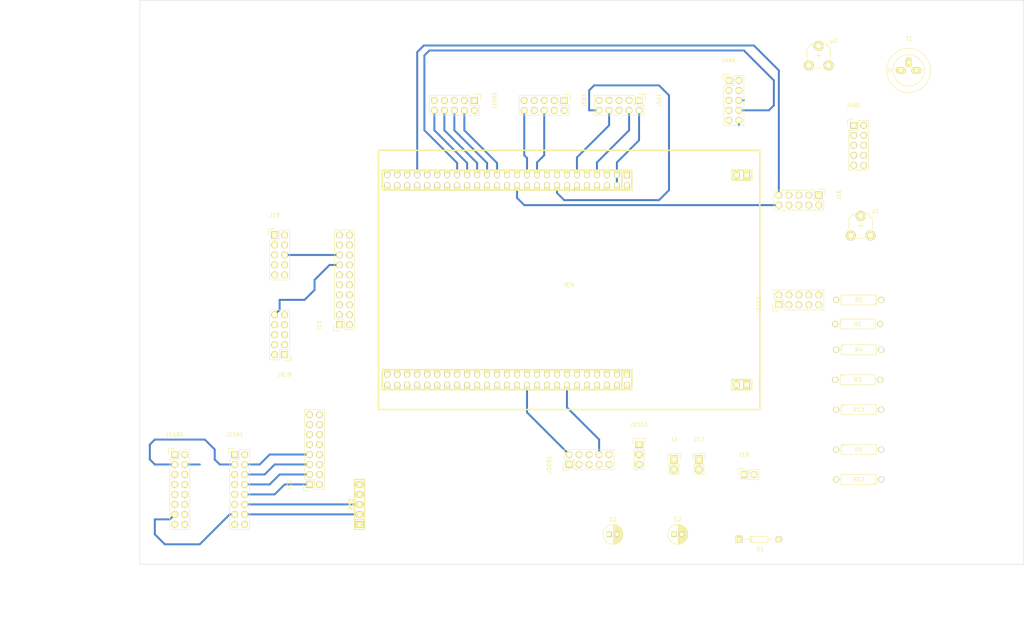
<source format=kicad_pcb>
(kicad_pcb (version 4) (host pcbnew 4.0.2-stable)

  (general
    (links 205)
    (no_connects 190)
    (area -18.874284 31.649999 242.670001 191.93)
    (thickness 1.6)
    (drawings 12)
    (tracks 106)
    (zones 0)
    (modules 33)
    (nets 111)
  )

  (page A4)
  (layers
    (0 F.Cu signal)
    (31 B.Cu signal)
    (33 F.Adhes user)
    (35 F.Paste user)
    (37 F.SilkS user)
    (39 F.Mask user)
    (40 Dwgs.User user)
    (41 Cmts.User user)
    (42 Eco1.User user)
    (43 Eco2.User user)
    (44 Edge.Cuts user)
    (45 Margin user)
    (47 F.CrtYd user)
    (49 F.Fab user)
  )

  (setup
    (last_trace_width 0.5)
    (trace_clearance 0.5)
    (zone_clearance 0.508)
    (zone_45_only no)
    (trace_min 0.5)
    (segment_width 0.2)
    (edge_width 0.1)
    (via_size 1.5)
    (via_drill 1)
    (via_min_size 1.5)
    (via_min_drill 1)
    (uvia_size 0.3)
    (uvia_drill 0.1)
    (uvias_allowed no)
    (uvia_min_size 0.2)
    (uvia_min_drill 0.1)
    (pcb_text_width 0.3)
    (pcb_text_size 1.5 1.5)
    (mod_edge_width 0.15)
    (mod_text_size 1 1)
    (mod_text_width 0.15)
    (pad_size 1.5 1.5)
    (pad_drill 0.6)
    (pad_to_mask_clearance 0)
    (aux_axis_origin 0 0)
    (visible_elements 7FFFFFFF)
    (pcbplotparams
      (layerselection 0x00030_80000001)
      (usegerberextensions false)
      (excludeedgelayer true)
      (linewidth 0.100000)
      (plotframeref false)
      (viasonmask false)
      (mode 1)
      (useauxorigin false)
      (hpglpennumber 1)
      (hpglpenspeed 20)
      (hpglpendiameter 15)
      (hpglpenoverlay 2)
      (psnegative false)
      (psa4output false)
      (plotreference true)
      (plotvalue true)
      (plotinvisibletext false)
      (padsonsilk false)
      (subtractmaskfromsilk false)
      (outputformat 1)
      (mirror false)
      (drillshape 1)
      (scaleselection 1)
      (outputdirectory ""))
  )

  (net 0 "")
  (net 1 "Net-(C1-Pad1)")
  (net 2 GND)
  (net 3 +5V)
  (net 4 /PD0)
  (net 5 /PD1)
  (net 6 /PB8)
  (net 7 /PA15)
  (net 8 /PB3)
  (net 9 /PB5)
  (net 10 /PD10)
  (net 11 /PB12)
  (net 12 /PB13)
  (net 13 /PB15)
  (net 14 "Net-(IC1-Pad11)")
  (net 15 "Net-(IC1-Pad12)")
  (net 16 "Net-(IC1-Pad13)")
  (net 17 "Net-(IC1-Pad14)")
  (net 18 "Net-(IC1-Pad15)")
  (net 19 "Net-(IC1-Pad16)")
  (net 20 "Net-(IC1-Pad17)")
  (net 21 "Net-(IC1-Pad18)")
  (net 22 "Net-(IC2-Pad1)")
  (net 23 "Net-(IC2-Pad2)")
  (net 24 "Net-(IC2-Pad3)")
  (net 25 "Net-(IC2-Pad4)")
  (net 26 "Net-(IC2-Pad5)")
  (net 27 "Net-(IC2-Pad6)")
  (net 28 /PD7)
  (net 29 "Net-(IC2-Pad9)")
  (net 30 /PD6)
  (net 31 /PD3)
  (net 32 /PC11)
  (net 33 /PA8)
  (net 34 "Net-(IC2-Pad15)")
  (net 35 /PB10)
  (net 36 /PB11)
  (net 37 /PB6)
  (net 38 /PB9)
  (net 39 +3V3)
  (net 40 "Net-(J5A1-Pad3)")
  (net 41 /PC1)
  (net 42 /PC2)
  (net 43 /PA1)
  (net 44 /PA4)
  (net 45 "Net-(J5B1-Pad3)")
  (net 46 /PC4)
  (net 47 /PC5)
  (net 48 /PB0)
  (net 49 /PB1)
  (net 50 /PB14)
  (net 51 /PE8)
  (net 52 /PE9)
  (net 53 /PE10)
  (net 54 /PE11)
  (net 55 /PE12)
  (net 56 /PE13)
  (net 57 /PE14)
  (net 58 /PE15)
  (net 59 /PC13)
  (net 60 /PC14)
  (net 61 /PC15)
  (net 62 /PE2)
  (net 63 /PE4)
  (net 64 /PE5)
  (net 65 /PE6)
  (net 66 /PE7)
  (net 67 /PD9)
  (net 68 /PA3)
  (net 69 /PD2)
  (net 70 /PB7)
  (net 71 /PD8)
  (net 72 /PA2)
  (net 73 /PC12)
  (net 74 /PC6)
  (net 75 "Net-(J15A1-Pad2)")
  (net 76 /PC8)
  (net 77 "Net-(J15A1-Pad13)")
  (net 78 /PC9)
  (net 79 /PA6)
  (net 80 /PA7)
  (net 81 /PA5)
  (net 82 /PD11)
  (net 83 /PB2)
  (net 84 /PA9)
  (net 85 /PB4)
  (net 86 "Net-(R13-Pad1)")
  (net 87 "Net-(R13-Pad2)")
  (net 88 "Net-(IC4-Pad59)")
  (net 89 "Net-(IC4-Pad61)")
  (net 90 "Net-(IC4-Pad63)")
  (net 91 "Net-(IC4-Pad71)")
  (net 92 "Net-(IC4-Pad79)")
  (net 93 "Net-(IC4-Pad83)")
  (net 94 "Net-(IC4-Pad93)")
  (net 95 "Net-(IC4-Pad96)")
  (net 96 "Net-(IC4-Pad94)")
  (net 97 "Net-(IC4-Pad86)")
  (net 98 "Net-(IC4-Pad84)")
  (net 99 "Net-(IC4-Pad70)")
  (net 100 "Net-(IC4-Pad60)")
  (net 101 "Net-(IC4-Pad54)")
  (net 102 "Net-(IC4-Pad48)")
  (net 103 "Net-(IC4-Pad46)")
  (net 104 "Net-(IC4-Pad44)")
  (net 105 "Net-(IC4-Pad12)")
  (net 106 "Net-(IC4-Pad8)")
  (net 107 "Net-(IC4-Pad6)")
  (net 108 "Net-(IC4-Pad9)")
  (net 109 "Net-(IC4-Pad45)")
  (net 110 "Net-(IC4-Pad47)")

  (net_class Default "Ceci est la Netclass par défaut"
    (clearance 0.5)
    (trace_width 0.5)
    (via_dia 1.5)
    (via_drill 1)
    (uvia_dia 0.3)
    (uvia_drill 0.1)
    (add_net +3V3)
    (add_net +5V)
    (add_net /PA1)
    (add_net /PA15)
    (add_net /PA2)
    (add_net /PA3)
    (add_net /PA4)
    (add_net /PA5)
    (add_net /PA6)
    (add_net /PA7)
    (add_net /PA8)
    (add_net /PA9)
    (add_net /PB0)
    (add_net /PB1)
    (add_net /PB10)
    (add_net /PB11)
    (add_net /PB12)
    (add_net /PB13)
    (add_net /PB14)
    (add_net /PB15)
    (add_net /PB2)
    (add_net /PB3)
    (add_net /PB4)
    (add_net /PB5)
    (add_net /PB6)
    (add_net /PB7)
    (add_net /PB8)
    (add_net /PB9)
    (add_net /PC1)
    (add_net /PC11)
    (add_net /PC12)
    (add_net /PC13)
    (add_net /PC14)
    (add_net /PC15)
    (add_net /PC2)
    (add_net /PC4)
    (add_net /PC5)
    (add_net /PC6)
    (add_net /PC8)
    (add_net /PC9)
    (add_net /PD0)
    (add_net /PD1)
    (add_net /PD10)
    (add_net /PD11)
    (add_net /PD2)
    (add_net /PD3)
    (add_net /PD6)
    (add_net /PD7)
    (add_net /PD8)
    (add_net /PD9)
    (add_net /PE10)
    (add_net /PE11)
    (add_net /PE12)
    (add_net /PE13)
    (add_net /PE14)
    (add_net /PE15)
    (add_net /PE2)
    (add_net /PE4)
    (add_net /PE5)
    (add_net /PE6)
    (add_net /PE7)
    (add_net /PE8)
    (add_net /PE9)
    (add_net GND)
    (add_net "Net-(C1-Pad1)")
    (add_net "Net-(IC1-Pad11)")
    (add_net "Net-(IC1-Pad12)")
    (add_net "Net-(IC1-Pad13)")
    (add_net "Net-(IC1-Pad14)")
    (add_net "Net-(IC1-Pad15)")
    (add_net "Net-(IC1-Pad16)")
    (add_net "Net-(IC1-Pad17)")
    (add_net "Net-(IC1-Pad18)")
    (add_net "Net-(IC2-Pad1)")
    (add_net "Net-(IC2-Pad15)")
    (add_net "Net-(IC2-Pad2)")
    (add_net "Net-(IC2-Pad3)")
    (add_net "Net-(IC2-Pad4)")
    (add_net "Net-(IC2-Pad5)")
    (add_net "Net-(IC2-Pad6)")
    (add_net "Net-(IC2-Pad9)")
    (add_net "Net-(IC4-Pad12)")
    (add_net "Net-(IC4-Pad44)")
    (add_net "Net-(IC4-Pad45)")
    (add_net "Net-(IC4-Pad46)")
    (add_net "Net-(IC4-Pad47)")
    (add_net "Net-(IC4-Pad48)")
    (add_net "Net-(IC4-Pad54)")
    (add_net "Net-(IC4-Pad59)")
    (add_net "Net-(IC4-Pad6)")
    (add_net "Net-(IC4-Pad60)")
    (add_net "Net-(IC4-Pad61)")
    (add_net "Net-(IC4-Pad63)")
    (add_net "Net-(IC4-Pad70)")
    (add_net "Net-(IC4-Pad71)")
    (add_net "Net-(IC4-Pad79)")
    (add_net "Net-(IC4-Pad8)")
    (add_net "Net-(IC4-Pad83)")
    (add_net "Net-(IC4-Pad84)")
    (add_net "Net-(IC4-Pad86)")
    (add_net "Net-(IC4-Pad9)")
    (add_net "Net-(IC4-Pad93)")
    (add_net "Net-(IC4-Pad94)")
    (add_net "Net-(IC4-Pad96)")
    (add_net "Net-(J15A1-Pad13)")
    (add_net "Net-(J15A1-Pad2)")
    (add_net "Net-(J5A1-Pad3)")
    (add_net "Net-(J5B1-Pad3)")
    (add_net "Net-(R13-Pad1)")
    (add_net "Net-(R13-Pad2)")
  )

  (module Capacitors_ThroughHole:C_Radial_D5_L11_P2 (layer F.Cu) (tedit 0) (tstamp 5775962E)
    (at 137.16 167.64)
    (descr "Radial Electrolytic Capacitor 5mm x Length 11mm, Pitch 2mm")
    (tags "Electrolytic Capacitor")
    (path /57742986)
    (fp_text reference C1 (at 1 -3.8) (layer F.SilkS)
      (effects (font (size 1 1) (thickness 0.15)))
    )
    (fp_text value C (at 1 3.8) (layer F.Fab)
      (effects (font (size 1 1) (thickness 0.15)))
    )
    (fp_line (start 1.075 -2.499) (end 1.075 2.499) (layer F.SilkS) (width 0.15))
    (fp_line (start 1.215 -2.491) (end 1.215 -0.154) (layer F.SilkS) (width 0.15))
    (fp_line (start 1.215 0.154) (end 1.215 2.491) (layer F.SilkS) (width 0.15))
    (fp_line (start 1.355 -2.475) (end 1.355 -0.473) (layer F.SilkS) (width 0.15))
    (fp_line (start 1.355 0.473) (end 1.355 2.475) (layer F.SilkS) (width 0.15))
    (fp_line (start 1.495 -2.451) (end 1.495 -0.62) (layer F.SilkS) (width 0.15))
    (fp_line (start 1.495 0.62) (end 1.495 2.451) (layer F.SilkS) (width 0.15))
    (fp_line (start 1.635 -2.418) (end 1.635 -0.712) (layer F.SilkS) (width 0.15))
    (fp_line (start 1.635 0.712) (end 1.635 2.418) (layer F.SilkS) (width 0.15))
    (fp_line (start 1.775 -2.377) (end 1.775 -0.768) (layer F.SilkS) (width 0.15))
    (fp_line (start 1.775 0.768) (end 1.775 2.377) (layer F.SilkS) (width 0.15))
    (fp_line (start 1.915 -2.327) (end 1.915 -0.795) (layer F.SilkS) (width 0.15))
    (fp_line (start 1.915 0.795) (end 1.915 2.327) (layer F.SilkS) (width 0.15))
    (fp_line (start 2.055 -2.266) (end 2.055 -0.798) (layer F.SilkS) (width 0.15))
    (fp_line (start 2.055 0.798) (end 2.055 2.266) (layer F.SilkS) (width 0.15))
    (fp_line (start 2.195 -2.196) (end 2.195 -0.776) (layer F.SilkS) (width 0.15))
    (fp_line (start 2.195 0.776) (end 2.195 2.196) (layer F.SilkS) (width 0.15))
    (fp_line (start 2.335 -2.114) (end 2.335 -0.726) (layer F.SilkS) (width 0.15))
    (fp_line (start 2.335 0.726) (end 2.335 2.114) (layer F.SilkS) (width 0.15))
    (fp_line (start 2.475 -2.019) (end 2.475 -0.644) (layer F.SilkS) (width 0.15))
    (fp_line (start 2.475 0.644) (end 2.475 2.019) (layer F.SilkS) (width 0.15))
    (fp_line (start 2.615 -1.908) (end 2.615 -0.512) (layer F.SilkS) (width 0.15))
    (fp_line (start 2.615 0.512) (end 2.615 1.908) (layer F.SilkS) (width 0.15))
    (fp_line (start 2.755 -1.78) (end 2.755 -0.265) (layer F.SilkS) (width 0.15))
    (fp_line (start 2.755 0.265) (end 2.755 1.78) (layer F.SilkS) (width 0.15))
    (fp_line (start 2.895 -1.631) (end 2.895 1.631) (layer F.SilkS) (width 0.15))
    (fp_line (start 3.035 -1.452) (end 3.035 1.452) (layer F.SilkS) (width 0.15))
    (fp_line (start 3.175 -1.233) (end 3.175 1.233) (layer F.SilkS) (width 0.15))
    (fp_line (start 3.315 -0.944) (end 3.315 0.944) (layer F.SilkS) (width 0.15))
    (fp_line (start 3.455 -0.472) (end 3.455 0.472) (layer F.SilkS) (width 0.15))
    (fp_circle (center 2 0) (end 2 -0.8) (layer F.SilkS) (width 0.15))
    (fp_circle (center 1 0) (end 1 -2.5375) (layer F.SilkS) (width 0.15))
    (fp_circle (center 1 0) (end 1 -2.8) (layer F.CrtYd) (width 0.05))
    (pad 1 thru_hole rect (at 0 0) (size 1.3 1.3) (drill 0.8) (layers *.Cu *.Mask F.SilkS)
      (net 1 "Net-(C1-Pad1)"))
    (pad 2 thru_hole circle (at 2 0) (size 1.3 1.3) (drill 0.8) (layers *.Cu *.Mask F.SilkS)
      (net 2 GND))
    (model Capacitors_ThroughHole.3dshapes/C_Radial_D5_L11_P2.wrl
      (at (xyz 0 0 0))
      (scale (xyz 1 1 1))
      (rotate (xyz 0 0 0))
    )
  )

  (module Capacitors_ThroughHole:C_Radial_D5_L11_P2 (layer F.Cu) (tedit 0) (tstamp 57759634)
    (at 153.67 167.64)
    (descr "Radial Electrolytic Capacitor 5mm x Length 11mm, Pitch 2mm")
    (tags "Electrolytic Capacitor")
    (path /577554A2)
    (fp_text reference C2 (at 1 -3.8) (layer F.SilkS)
      (effects (font (size 1 1) (thickness 0.15)))
    )
    (fp_text value C (at 1 3.8) (layer F.Fab)
      (effects (font (size 1 1) (thickness 0.15)))
    )
    (fp_line (start 1.075 -2.499) (end 1.075 2.499) (layer F.SilkS) (width 0.15))
    (fp_line (start 1.215 -2.491) (end 1.215 -0.154) (layer F.SilkS) (width 0.15))
    (fp_line (start 1.215 0.154) (end 1.215 2.491) (layer F.SilkS) (width 0.15))
    (fp_line (start 1.355 -2.475) (end 1.355 -0.473) (layer F.SilkS) (width 0.15))
    (fp_line (start 1.355 0.473) (end 1.355 2.475) (layer F.SilkS) (width 0.15))
    (fp_line (start 1.495 -2.451) (end 1.495 -0.62) (layer F.SilkS) (width 0.15))
    (fp_line (start 1.495 0.62) (end 1.495 2.451) (layer F.SilkS) (width 0.15))
    (fp_line (start 1.635 -2.418) (end 1.635 -0.712) (layer F.SilkS) (width 0.15))
    (fp_line (start 1.635 0.712) (end 1.635 2.418) (layer F.SilkS) (width 0.15))
    (fp_line (start 1.775 -2.377) (end 1.775 -0.768) (layer F.SilkS) (width 0.15))
    (fp_line (start 1.775 0.768) (end 1.775 2.377) (layer F.SilkS) (width 0.15))
    (fp_line (start 1.915 -2.327) (end 1.915 -0.795) (layer F.SilkS) (width 0.15))
    (fp_line (start 1.915 0.795) (end 1.915 2.327) (layer F.SilkS) (width 0.15))
    (fp_line (start 2.055 -2.266) (end 2.055 -0.798) (layer F.SilkS) (width 0.15))
    (fp_line (start 2.055 0.798) (end 2.055 2.266) (layer F.SilkS) (width 0.15))
    (fp_line (start 2.195 -2.196) (end 2.195 -0.776) (layer F.SilkS) (width 0.15))
    (fp_line (start 2.195 0.776) (end 2.195 2.196) (layer F.SilkS) (width 0.15))
    (fp_line (start 2.335 -2.114) (end 2.335 -0.726) (layer F.SilkS) (width 0.15))
    (fp_line (start 2.335 0.726) (end 2.335 2.114) (layer F.SilkS) (width 0.15))
    (fp_line (start 2.475 -2.019) (end 2.475 -0.644) (layer F.SilkS) (width 0.15))
    (fp_line (start 2.475 0.644) (end 2.475 2.019) (layer F.SilkS) (width 0.15))
    (fp_line (start 2.615 -1.908) (end 2.615 -0.512) (layer F.SilkS) (width 0.15))
    (fp_line (start 2.615 0.512) (end 2.615 1.908) (layer F.SilkS) (width 0.15))
    (fp_line (start 2.755 -1.78) (end 2.755 -0.265) (layer F.SilkS) (width 0.15))
    (fp_line (start 2.755 0.265) (end 2.755 1.78) (layer F.SilkS) (width 0.15))
    (fp_line (start 2.895 -1.631) (end 2.895 1.631) (layer F.SilkS) (width 0.15))
    (fp_line (start 3.035 -1.452) (end 3.035 1.452) (layer F.SilkS) (width 0.15))
    (fp_line (start 3.175 -1.233) (end 3.175 1.233) (layer F.SilkS) (width 0.15))
    (fp_line (start 3.315 -0.944) (end 3.315 0.944) (layer F.SilkS) (width 0.15))
    (fp_line (start 3.455 -0.472) (end 3.455 0.472) (layer F.SilkS) (width 0.15))
    (fp_circle (center 2 0) (end 2 -0.8) (layer F.SilkS) (width 0.15))
    (fp_circle (center 1 0) (end 1 -2.5375) (layer F.SilkS) (width 0.15))
    (fp_circle (center 1 0) (end 1 -2.8) (layer F.CrtYd) (width 0.05))
    (pad 1 thru_hole rect (at 0 0) (size 1.3 1.3) (drill 0.8) (layers *.Cu *.Mask F.SilkS)
      (net 2 GND))
    (pad 2 thru_hole circle (at 2 0) (size 1.3 1.3) (drill 0.8) (layers *.Cu *.Mask F.SilkS)
      (net 3 +5V))
    (model Capacitors_ThroughHole.3dshapes/C_Radial_D5_L11_P2.wrl
      (at (xyz 0 0 0))
      (scale (xyz 1 1 1))
      (rotate (xyz 0 0 0))
    )
  )

  (module Diodes_ThroughHole:Diode_DO-35_SOD27_Horizontal_RM10 (layer F.Cu) (tedit 552FFC30) (tstamp 5775963A)
    (at 170.18 168.91)
    (descr "Diode, DO-35,  SOD27, Horizontal, RM 10mm")
    (tags "Diode, DO-35, SOD27, Horizontal, RM 10mm, 1N4148,")
    (path /5774F5F8)
    (fp_text reference D1 (at 5.43052 2.53746) (layer F.SilkS)
      (effects (font (size 1 1) (thickness 0.15)))
    )
    (fp_text value D (at 4.41452 -3.55854) (layer F.Fab)
      (effects (font (size 1 1) (thickness 0.15)))
    )
    (fp_line (start 7.36652 -0.00254) (end 8.76352 -0.00254) (layer F.SilkS) (width 0.15))
    (fp_line (start 2.92152 -0.00254) (end 1.39752 -0.00254) (layer F.SilkS) (width 0.15))
    (fp_line (start 3.30252 -0.76454) (end 3.30252 0.75946) (layer F.SilkS) (width 0.15))
    (fp_line (start 3.04852 -0.76454) (end 3.04852 0.75946) (layer F.SilkS) (width 0.15))
    (fp_line (start 2.79452 -0.00254) (end 2.79452 0.75946) (layer F.SilkS) (width 0.15))
    (fp_line (start 2.79452 0.75946) (end 7.36652 0.75946) (layer F.SilkS) (width 0.15))
    (fp_line (start 7.36652 0.75946) (end 7.36652 -0.76454) (layer F.SilkS) (width 0.15))
    (fp_line (start 7.36652 -0.76454) (end 2.79452 -0.76454) (layer F.SilkS) (width 0.15))
    (fp_line (start 2.79452 -0.76454) (end 2.79452 -0.00254) (layer F.SilkS) (width 0.15))
    (pad 2 thru_hole circle (at 10.16052 -0.00254 180) (size 1.69926 1.69926) (drill 0.70104) (layers *.Cu *.Mask F.SilkS)
      (net 4 /PD0))
    (pad 1 thru_hole rect (at 0.00052 -0.00254 180) (size 1.69926 1.69926) (drill 0.70104) (layers *.Cu *.Mask F.SilkS)
      (net 5 /PD1))
    (model Diodes_ThroughHole.3dshapes/Diode_DO-35_SOD27_Horizontal_RM10.wrl
      (at (xyz 0.2 0 0))
      (scale (xyz 0.4 0.4 0.4))
      (rotate (xyz 0 0 180))
    )
  )

  (module Socket_Strips:Socket_Strip_Straight_2x10 (layer F.Cu) (tedit 0) (tstamp 57759652)
    (at 68.58 114.3 90)
    (descr "Through hole socket strip")
    (tags "socket strip")
    (path /5773F62A)
    (fp_text reference IC1 (at 0 -5.1 90) (layer F.SilkS)
      (effects (font (size 1 1) (thickness 0.15)))
    )
    (fp_text value 74HCT541_PWR (at 0 -3.1 90) (layer F.Fab)
      (effects (font (size 1 1) (thickness 0.15)))
    )
    (fp_line (start -1.75 -1.75) (end -1.75 4.3) (layer F.CrtYd) (width 0.05))
    (fp_line (start 24.65 -1.75) (end 24.65 4.3) (layer F.CrtYd) (width 0.05))
    (fp_line (start -1.75 -1.75) (end 24.65 -1.75) (layer F.CrtYd) (width 0.05))
    (fp_line (start -1.75 4.3) (end 24.65 4.3) (layer F.CrtYd) (width 0.05))
    (fp_line (start 24.13 3.81) (end -1.27 3.81) (layer F.SilkS) (width 0.15))
    (fp_line (start 1.27 -1.27) (end 24.13 -1.27) (layer F.SilkS) (width 0.15))
    (fp_line (start 24.13 3.81) (end 24.13 -1.27) (layer F.SilkS) (width 0.15))
    (fp_line (start -1.27 3.81) (end -1.27 1.27) (layer F.SilkS) (width 0.15))
    (fp_line (start 0 -1.55) (end -1.55 -1.55) (layer F.SilkS) (width 0.15))
    (fp_line (start -1.27 1.27) (end 1.27 1.27) (layer F.SilkS) (width 0.15))
    (fp_line (start 1.27 1.27) (end 1.27 -1.27) (layer F.SilkS) (width 0.15))
    (fp_line (start -1.55 -1.55) (end -1.55 0) (layer F.SilkS) (width 0.15))
    (pad 1 thru_hole rect (at 0 0 90) (size 1.7272 1.7272) (drill 1.016) (layers *.Cu *.Mask F.SilkS)
      (net 2 GND))
    (pad 2 thru_hole oval (at 0 2.54 90) (size 1.7272 1.7272) (drill 1.016) (layers *.Cu *.Mask F.SilkS)
      (net 6 /PB8))
    (pad 3 thru_hole oval (at 2.54 0 90) (size 1.7272 1.7272) (drill 1.016) (layers *.Cu *.Mask F.SilkS)
      (net 7 /PA15))
    (pad 4 thru_hole oval (at 2.54 2.54 90) (size 1.7272 1.7272) (drill 1.016) (layers *.Cu *.Mask F.SilkS)
      (net 8 /PB3))
    (pad 5 thru_hole oval (at 5.08 0 90) (size 1.7272 1.7272) (drill 1.016) (layers *.Cu *.Mask F.SilkS)
      (net 9 /PB5))
    (pad 6 thru_hole oval (at 5.08 2.54 90) (size 1.7272 1.7272) (drill 1.016) (layers *.Cu *.Mask F.SilkS)
      (net 10 /PD10))
    (pad 7 thru_hole oval (at 7.62 0 90) (size 1.7272 1.7272) (drill 1.016) (layers *.Cu *.Mask F.SilkS)
      (net 11 /PB12))
    (pad 8 thru_hole oval (at 7.62 2.54 90) (size 1.7272 1.7272) (drill 1.016) (layers *.Cu *.Mask F.SilkS)
      (net 12 /PB13))
    (pad 9 thru_hole oval (at 10.16 0 90) (size 1.7272 1.7272) (drill 1.016) (layers *.Cu *.Mask F.SilkS)
      (net 13 /PB15))
    (pad 10 thru_hole oval (at 10.16 2.54 90) (size 1.7272 1.7272) (drill 1.016) (layers *.Cu *.Mask F.SilkS)
      (net 2 GND))
    (pad 11 thru_hole oval (at 12.7 0 90) (size 1.7272 1.7272) (drill 1.016) (layers *.Cu *.Mask F.SilkS)
      (net 14 "Net-(IC1-Pad11)"))
    (pad 12 thru_hole oval (at 12.7 2.54 90) (size 1.7272 1.7272) (drill 1.016) (layers *.Cu *.Mask F.SilkS)
      (net 15 "Net-(IC1-Pad12)"))
    (pad 13 thru_hole oval (at 15.24 0 90) (size 1.7272 1.7272) (drill 1.016) (layers *.Cu *.Mask F.SilkS)
      (net 16 "Net-(IC1-Pad13)"))
    (pad 14 thru_hole oval (at 15.24 2.54 90) (size 1.7272 1.7272) (drill 1.016) (layers *.Cu *.Mask F.SilkS)
      (net 17 "Net-(IC1-Pad14)"))
    (pad 15 thru_hole oval (at 17.78 0 90) (size 1.7272 1.7272) (drill 1.016) (layers *.Cu *.Mask F.SilkS)
      (net 18 "Net-(IC1-Pad15)"))
    (pad 16 thru_hole oval (at 17.78 2.54 90) (size 1.7272 1.7272) (drill 1.016) (layers *.Cu *.Mask F.SilkS)
      (net 19 "Net-(IC1-Pad16)"))
    (pad 17 thru_hole oval (at 20.32 0 90) (size 1.7272 1.7272) (drill 1.016) (layers *.Cu *.Mask F.SilkS)
      (net 20 "Net-(IC1-Pad17)"))
    (pad 18 thru_hole oval (at 20.32 2.54 90) (size 1.7272 1.7272) (drill 1.016) (layers *.Cu *.Mask F.SilkS)
      (net 21 "Net-(IC1-Pad18)"))
    (pad 19 thru_hole oval (at 22.86 0 90) (size 1.7272 1.7272) (drill 1.016) (layers *.Cu *.Mask F.SilkS)
      (net 2 GND))
    (pad 20 thru_hole oval (at 22.86 2.54 90) (size 1.7272 1.7272) (drill 1.016) (layers *.Cu *.Mask F.SilkS)
      (net 3 +5V))
    (model Socket_Strips.3dshapes/Socket_Strip_Straight_2x10.wrl
      (at (xyz 0.45 -0.05 0))
      (scale (xyz 1 1 1))
      (rotate (xyz 0 0 180))
    )
  )

  (module Socket_Strips:Socket_Strip_Straight_2x08 (layer F.Cu) (tedit 0) (tstamp 57759666)
    (at 60.96 154.94 90)
    (descr "Through hole socket strip")
    (tags "socket strip")
    (path /57741F17)
    (fp_text reference IC2 (at 0 -5.1 90) (layer F.SilkS)
      (effects (font (size 1 1) (thickness 0.15)))
    )
    (fp_text value 74HC595 (at 0 -3.1 90) (layer F.Fab)
      (effects (font (size 1 1) (thickness 0.15)))
    )
    (fp_line (start -1.75 -1.75) (end -1.75 4.3) (layer F.CrtYd) (width 0.05))
    (fp_line (start 19.55 -1.75) (end 19.55 4.3) (layer F.CrtYd) (width 0.05))
    (fp_line (start -1.75 -1.75) (end 19.55 -1.75) (layer F.CrtYd) (width 0.05))
    (fp_line (start -1.75 4.3) (end 19.55 4.3) (layer F.CrtYd) (width 0.05))
    (fp_line (start 19.05 3.81) (end -1.27 3.81) (layer F.SilkS) (width 0.15))
    (fp_line (start 1.27 -1.27) (end 19.05 -1.27) (layer F.SilkS) (width 0.15))
    (fp_line (start 19.05 3.81) (end 19.05 -1.27) (layer F.SilkS) (width 0.15))
    (fp_line (start -1.27 3.81) (end -1.27 1.27) (layer F.SilkS) (width 0.15))
    (fp_line (start 0 -1.55) (end -1.55 -1.55) (layer F.SilkS) (width 0.15))
    (fp_line (start -1.27 1.27) (end 1.27 1.27) (layer F.SilkS) (width 0.15))
    (fp_line (start 1.27 1.27) (end 1.27 -1.27) (layer F.SilkS) (width 0.15))
    (fp_line (start -1.55 -1.55) (end -1.55 0) (layer F.SilkS) (width 0.15))
    (pad 1 thru_hole rect (at 0 0 90) (size 1.7272 1.7272) (drill 1.016) (layers *.Cu *.Mask F.SilkS)
      (net 22 "Net-(IC2-Pad1)"))
    (pad 2 thru_hole oval (at 0 2.54 90) (size 1.7272 1.7272) (drill 1.016) (layers *.Cu *.Mask F.SilkS)
      (net 23 "Net-(IC2-Pad2)"))
    (pad 3 thru_hole oval (at 2.54 0 90) (size 1.7272 1.7272) (drill 1.016) (layers *.Cu *.Mask F.SilkS)
      (net 24 "Net-(IC2-Pad3)"))
    (pad 4 thru_hole oval (at 2.54 2.54 90) (size 1.7272 1.7272) (drill 1.016) (layers *.Cu *.Mask F.SilkS)
      (net 25 "Net-(IC2-Pad4)"))
    (pad 5 thru_hole oval (at 5.08 0 90) (size 1.7272 1.7272) (drill 1.016) (layers *.Cu *.Mask F.SilkS)
      (net 26 "Net-(IC2-Pad5)"))
    (pad 6 thru_hole oval (at 5.08 2.54 90) (size 1.7272 1.7272) (drill 1.016) (layers *.Cu *.Mask F.SilkS)
      (net 27 "Net-(IC2-Pad6)"))
    (pad 7 thru_hole oval (at 7.62 0 90) (size 1.7272 1.7272) (drill 1.016) (layers *.Cu *.Mask F.SilkS)
      (net 28 /PD7))
    (pad 8 thru_hole oval (at 7.62 2.54 90) (size 1.7272 1.7272) (drill 1.016) (layers *.Cu *.Mask F.SilkS)
      (net 2 GND))
    (pad 9 thru_hole oval (at 10.16 0 90) (size 1.7272 1.7272) (drill 1.016) (layers *.Cu *.Mask F.SilkS)
      (net 29 "Net-(IC2-Pad9)"))
    (pad 10 thru_hole oval (at 10.16 2.54 90) (size 1.7272 1.7272) (drill 1.016) (layers *.Cu *.Mask F.SilkS)
      (net 1 "Net-(C1-Pad1)"))
    (pad 11 thru_hole oval (at 12.7 0 90) (size 1.7272 1.7272) (drill 1.016) (layers *.Cu *.Mask F.SilkS)
      (net 30 /PD6))
    (pad 12 thru_hole oval (at 12.7 2.54 90) (size 1.7272 1.7272) (drill 1.016) (layers *.Cu *.Mask F.SilkS)
      (net 31 /PD3))
    (pad 13 thru_hole oval (at 15.24 0 90) (size 1.7272 1.7272) (drill 1.016) (layers *.Cu *.Mask F.SilkS)
      (net 32 /PC11))
    (pad 14 thru_hole oval (at 15.24 2.54 90) (size 1.7272 1.7272) (drill 1.016) (layers *.Cu *.Mask F.SilkS)
      (net 33 /PA8))
    (pad 15 thru_hole oval (at 17.78 0 90) (size 1.7272 1.7272) (drill 1.016) (layers *.Cu *.Mask F.SilkS)
      (net 34 "Net-(IC2-Pad15)"))
    (pad 16 thru_hole oval (at 17.78 2.54 90) (size 1.7272 1.7272) (drill 1.016) (layers *.Cu *.Mask F.SilkS)
      (net 1 "Net-(C1-Pad1)"))
    (model Socket_Strips.3dshapes/Socket_Strip_Straight_2x08.wrl
      (at (xyz 0.35 -0.05 0))
      (scale (xyz 1 1 1))
      (rotate (xyz 0 0 180))
    )
  )

  (module Pin_Headers:Pin_Header_Straight_1x02 (layer F.Cu) (tedit 54EA090C) (tstamp 5775966C)
    (at 153.67 148.59)
    (descr "Through hole pin header")
    (tags "pin header")
    (path /5773F782)
    (fp_text reference J2 (at 0 -5.1) (layer F.SilkS)
      (effects (font (size 1 1) (thickness 0.15)))
    )
    (fp_text value CONN_2 (at 0 -3.1) (layer F.Fab)
      (effects (font (size 1 1) (thickness 0.15)))
    )
    (fp_line (start 1.27 1.27) (end 1.27 3.81) (layer F.SilkS) (width 0.15))
    (fp_line (start 1.55 -1.55) (end 1.55 0) (layer F.SilkS) (width 0.15))
    (fp_line (start -1.75 -1.75) (end -1.75 4.3) (layer F.CrtYd) (width 0.05))
    (fp_line (start 1.75 -1.75) (end 1.75 4.3) (layer F.CrtYd) (width 0.05))
    (fp_line (start -1.75 -1.75) (end 1.75 -1.75) (layer F.CrtYd) (width 0.05))
    (fp_line (start -1.75 4.3) (end 1.75 4.3) (layer F.CrtYd) (width 0.05))
    (fp_line (start 1.27 1.27) (end -1.27 1.27) (layer F.SilkS) (width 0.15))
    (fp_line (start -1.55 0) (end -1.55 -1.55) (layer F.SilkS) (width 0.15))
    (fp_line (start -1.55 -1.55) (end 1.55 -1.55) (layer F.SilkS) (width 0.15))
    (fp_line (start -1.27 1.27) (end -1.27 3.81) (layer F.SilkS) (width 0.15))
    (fp_line (start -1.27 3.81) (end 1.27 3.81) (layer F.SilkS) (width 0.15))
    (pad 1 thru_hole rect (at 0 0) (size 2.032 2.032) (drill 1.016) (layers *.Cu *.Mask F.SilkS)
      (net 3 +5V))
    (pad 2 thru_hole oval (at 0 2.54) (size 2.032 2.032) (drill 1.016) (layers *.Cu *.Mask F.SilkS)
      (net 2 GND))
    (model Pin_Headers.3dshapes/Pin_Header_Straight_1x02.wrl
      (at (xyz 0 -0.05 0))
      (scale (xyz 1 1 1))
      (rotate (xyz 0 0 90))
    )
  )

  (module Pin_Headers:Pin_Header_Straight_2x05 (layer F.Cu) (tedit 0) (tstamp 5775967A)
    (at 167.64 52.07)
    (descr "Through hole pin header")
    (tags "pin header")
    (path /5774AECB)
    (fp_text reference J4A1 (at 0 -5.1) (layer F.SilkS)
      (effects (font (size 1 1) (thickness 0.15)))
    )
    (fp_text value CONN_02X05 (at 0 -3.1) (layer F.Fab)
      (effects (font (size 1 1) (thickness 0.15)))
    )
    (fp_line (start -1.75 -1.75) (end -1.75 11.95) (layer F.CrtYd) (width 0.05))
    (fp_line (start 4.3 -1.75) (end 4.3 11.95) (layer F.CrtYd) (width 0.05))
    (fp_line (start -1.75 -1.75) (end 4.3 -1.75) (layer F.CrtYd) (width 0.05))
    (fp_line (start -1.75 11.95) (end 4.3 11.95) (layer F.CrtYd) (width 0.05))
    (fp_line (start 3.81 -1.27) (end 3.81 11.43) (layer F.SilkS) (width 0.15))
    (fp_line (start 3.81 11.43) (end -1.27 11.43) (layer F.SilkS) (width 0.15))
    (fp_line (start -1.27 11.43) (end -1.27 1.27) (layer F.SilkS) (width 0.15))
    (fp_line (start 3.81 -1.27) (end 1.27 -1.27) (layer F.SilkS) (width 0.15))
    (fp_line (start 0 -1.55) (end -1.55 -1.55) (layer F.SilkS) (width 0.15))
    (fp_line (start 1.27 -1.27) (end 1.27 1.27) (layer F.SilkS) (width 0.15))
    (fp_line (start 1.27 1.27) (end -1.27 1.27) (layer F.SilkS) (width 0.15))
    (fp_line (start -1.55 -1.55) (end -1.55 0) (layer F.SilkS) (width 0.15))
    (pad 1 thru_hole rect (at 0 0) (size 1.7272 1.7272) (drill 1.016) (layers *.Cu *.Mask F.SilkS)
      (net 2 GND))
    (pad 2 thru_hole oval (at 2.54 0) (size 1.7272 1.7272) (drill 1.016) (layers *.Cu *.Mask F.SilkS)
      (net 2 GND))
    (pad 3 thru_hole oval (at 0 2.54) (size 1.7272 1.7272) (drill 1.016) (layers *.Cu *.Mask F.SilkS)
      (net 2 GND))
    (pad 4 thru_hole oval (at 2.54 2.54) (size 1.7272 1.7272) (drill 1.016) (layers *.Cu *.Mask F.SilkS)
      (net 2 GND))
    (pad 5 thru_hole oval (at 0 5.08) (size 1.7272 1.7272) (drill 1.016) (layers *.Cu *.Mask F.SilkS)
      (net 2 GND))
    (pad 6 thru_hole oval (at 2.54 5.08) (size 1.7272 1.7272) (drill 1.016) (layers *.Cu *.Mask F.SilkS)
      (net 35 /PB10))
    (pad 7 thru_hole oval (at 0 7.62) (size 1.7272 1.7272) (drill 1.016) (layers *.Cu *.Mask F.SilkS)
      (net 2 GND))
    (pad 8 thru_hole oval (at 2.54 7.62) (size 1.7272 1.7272) (drill 1.016) (layers *.Cu *.Mask F.SilkS)
      (net 36 /PB11))
    (pad 9 thru_hole oval (at 0 10.16) (size 1.7272 1.7272) (drill 1.016) (layers *.Cu *.Mask F.SilkS)
      (net 2 GND))
    (pad 10 thru_hole oval (at 2.54 10.16) (size 1.7272 1.7272) (drill 1.016) (layers *.Cu *.Mask F.SilkS)
      (net 3 +5V))
    (model Pin_Headers.3dshapes/Pin_Header_Straight_2x05.wrl
      (at (xyz 0.05 -0.2 0))
      (scale (xyz 1 1 1))
      (rotate (xyz 0 0 90))
    )
  )

  (module Pin_Headers:Pin_Header_Straight_2x05 (layer F.Cu) (tedit 0) (tstamp 57759688)
    (at 199.39 63.5)
    (descr "Through hole pin header")
    (tags "pin header")
    (path /5774D522)
    (fp_text reference J4B1 (at 0 -5.1) (layer F.SilkS)
      (effects (font (size 1 1) (thickness 0.15)))
    )
    (fp_text value CONN_02X05 (at 0 -3.1) (layer F.Fab)
      (effects (font (size 1 1) (thickness 0.15)))
    )
    (fp_line (start -1.75 -1.75) (end -1.75 11.95) (layer F.CrtYd) (width 0.05))
    (fp_line (start 4.3 -1.75) (end 4.3 11.95) (layer F.CrtYd) (width 0.05))
    (fp_line (start -1.75 -1.75) (end 4.3 -1.75) (layer F.CrtYd) (width 0.05))
    (fp_line (start -1.75 11.95) (end 4.3 11.95) (layer F.CrtYd) (width 0.05))
    (fp_line (start 3.81 -1.27) (end 3.81 11.43) (layer F.SilkS) (width 0.15))
    (fp_line (start 3.81 11.43) (end -1.27 11.43) (layer F.SilkS) (width 0.15))
    (fp_line (start -1.27 11.43) (end -1.27 1.27) (layer F.SilkS) (width 0.15))
    (fp_line (start 3.81 -1.27) (end 1.27 -1.27) (layer F.SilkS) (width 0.15))
    (fp_line (start 0 -1.55) (end -1.55 -1.55) (layer F.SilkS) (width 0.15))
    (fp_line (start 1.27 -1.27) (end 1.27 1.27) (layer F.SilkS) (width 0.15))
    (fp_line (start 1.27 1.27) (end -1.27 1.27) (layer F.SilkS) (width 0.15))
    (fp_line (start -1.55 -1.55) (end -1.55 0) (layer F.SilkS) (width 0.15))
    (pad 1 thru_hole rect (at 0 0) (size 1.7272 1.7272) (drill 1.016) (layers *.Cu *.Mask F.SilkS)
      (net 2 GND))
    (pad 2 thru_hole oval (at 2.54 0) (size 1.7272 1.7272) (drill 1.016) (layers *.Cu *.Mask F.SilkS)
      (net 2 GND))
    (pad 3 thru_hole oval (at 0 2.54) (size 1.7272 1.7272) (drill 1.016) (layers *.Cu *.Mask F.SilkS)
      (net 2 GND))
    (pad 4 thru_hole oval (at 2.54 2.54) (size 1.7272 1.7272) (drill 1.016) (layers *.Cu *.Mask F.SilkS)
      (net 2 GND))
    (pad 5 thru_hole oval (at 0 5.08) (size 1.7272 1.7272) (drill 1.016) (layers *.Cu *.Mask F.SilkS)
      (net 2 GND))
    (pad 6 thru_hole oval (at 2.54 5.08) (size 1.7272 1.7272) (drill 1.016) (layers *.Cu *.Mask F.SilkS)
      (net 37 /PB6))
    (pad 7 thru_hole oval (at 0 7.62) (size 1.7272 1.7272) (drill 1.016) (layers *.Cu *.Mask F.SilkS)
      (net 2 GND))
    (pad 8 thru_hole oval (at 2.54 7.62) (size 1.7272 1.7272) (drill 1.016) (layers *.Cu *.Mask F.SilkS)
      (net 38 /PB9))
    (pad 9 thru_hole oval (at 0 10.16) (size 1.7272 1.7272) (drill 1.016) (layers *.Cu *.Mask F.SilkS)
      (net 2 GND))
    (pad 10 thru_hole oval (at 2.54 10.16) (size 1.7272 1.7272) (drill 1.016) (layers *.Cu *.Mask F.SilkS)
      (net 3 +5V))
    (model Pin_Headers.3dshapes/Pin_Header_Straight_2x05.wrl
      (at (xyz 0.05 -0.2 0))
      (scale (xyz 1 1 1))
      (rotate (xyz 0 0 90))
    )
  )

  (module Pin_Headers:Pin_Header_Straight_2x05 (layer F.Cu) (tedit 0) (tstamp 57759696)
    (at 144.78 57.15 270)
    (descr "Through hole pin header")
    (tags "pin header")
    (path /577496FA)
    (fp_text reference J5A1 (at 0 -5.1 270) (layer F.SilkS)
      (effects (font (size 1 1) (thickness 0.15)))
    )
    (fp_text value CONN_02X05 (at 0 -3.1 270) (layer F.Fab)
      (effects (font (size 1 1) (thickness 0.15)))
    )
    (fp_line (start -1.75 -1.75) (end -1.75 11.95) (layer F.CrtYd) (width 0.05))
    (fp_line (start 4.3 -1.75) (end 4.3 11.95) (layer F.CrtYd) (width 0.05))
    (fp_line (start -1.75 -1.75) (end 4.3 -1.75) (layer F.CrtYd) (width 0.05))
    (fp_line (start -1.75 11.95) (end 4.3 11.95) (layer F.CrtYd) (width 0.05))
    (fp_line (start 3.81 -1.27) (end 3.81 11.43) (layer F.SilkS) (width 0.15))
    (fp_line (start 3.81 11.43) (end -1.27 11.43) (layer F.SilkS) (width 0.15))
    (fp_line (start -1.27 11.43) (end -1.27 1.27) (layer F.SilkS) (width 0.15))
    (fp_line (start 3.81 -1.27) (end 1.27 -1.27) (layer F.SilkS) (width 0.15))
    (fp_line (start 0 -1.55) (end -1.55 -1.55) (layer F.SilkS) (width 0.15))
    (fp_line (start 1.27 -1.27) (end 1.27 1.27) (layer F.SilkS) (width 0.15))
    (fp_line (start 1.27 1.27) (end -1.27 1.27) (layer F.SilkS) (width 0.15))
    (fp_line (start -1.55 -1.55) (end -1.55 0) (layer F.SilkS) (width 0.15))
    (pad 1 thru_hole rect (at 0 0 270) (size 1.7272 1.7272) (drill 1.016) (layers *.Cu *.Mask F.SilkS)
      (net 2 GND))
    (pad 2 thru_hole oval (at 2.54 0 270) (size 1.7272 1.7272) (drill 1.016) (layers *.Cu *.Mask F.SilkS)
      (net 39 +3V3))
    (pad 3 thru_hole oval (at 0 2.54 270) (size 1.7272 1.7272) (drill 1.016) (layers *.Cu *.Mask F.SilkS)
      (net 40 "Net-(J5A1-Pad3)"))
    (pad 4 thru_hole oval (at 2.54 2.54 270) (size 1.7272 1.7272) (drill 1.016) (layers *.Cu *.Mask F.SilkS)
      (net 41 /PC1))
    (pad 5 thru_hole oval (at 0 5.08 270) (size 1.7272 1.7272) (drill 1.016) (layers *.Cu *.Mask F.SilkS)
      (net 40 "Net-(J5A1-Pad3)"))
    (pad 6 thru_hole oval (at 2.54 5.08 270) (size 1.7272 1.7272) (drill 1.016) (layers *.Cu *.Mask F.SilkS)
      (net 42 /PC2))
    (pad 7 thru_hole oval (at 0 7.62 270) (size 1.7272 1.7272) (drill 1.016) (layers *.Cu *.Mask F.SilkS)
      (net 40 "Net-(J5A1-Pad3)"))
    (pad 8 thru_hole oval (at 2.54 7.62 270) (size 1.7272 1.7272) (drill 1.016) (layers *.Cu *.Mask F.SilkS)
      (net 43 /PA1))
    (pad 9 thru_hole oval (at 0 10.16 270) (size 1.7272 1.7272) (drill 1.016) (layers *.Cu *.Mask F.SilkS)
      (net 40 "Net-(J5A1-Pad3)"))
    (pad 10 thru_hole oval (at 2.54 10.16 270) (size 1.7272 1.7272) (drill 1.016) (layers *.Cu *.Mask F.SilkS)
      (net 44 /PA4))
    (model Pin_Headers.3dshapes/Pin_Header_Straight_2x05.wrl
      (at (xyz 0.05 -0.2 0))
      (scale (xyz 1 1 1))
      (rotate (xyz 0 0 90))
    )
  )

  (module Pin_Headers:Pin_Header_Straight_2x05 (layer F.Cu) (tedit 0) (tstamp 577596A4)
    (at 125.73 57.15 270)
    (descr "Through hole pin header")
    (tags "pin header")
    (path /5774A16E)
    (fp_text reference J5B1 (at 0 -5.1 270) (layer F.SilkS)
      (effects (font (size 1 1) (thickness 0.15)))
    )
    (fp_text value CONN_02X05 (at 0 -3.1 270) (layer F.Fab)
      (effects (font (size 1 1) (thickness 0.15)))
    )
    (fp_line (start -1.75 -1.75) (end -1.75 11.95) (layer F.CrtYd) (width 0.05))
    (fp_line (start 4.3 -1.75) (end 4.3 11.95) (layer F.CrtYd) (width 0.05))
    (fp_line (start -1.75 -1.75) (end 4.3 -1.75) (layer F.CrtYd) (width 0.05))
    (fp_line (start -1.75 11.95) (end 4.3 11.95) (layer F.CrtYd) (width 0.05))
    (fp_line (start 3.81 -1.27) (end 3.81 11.43) (layer F.SilkS) (width 0.15))
    (fp_line (start 3.81 11.43) (end -1.27 11.43) (layer F.SilkS) (width 0.15))
    (fp_line (start -1.27 11.43) (end -1.27 1.27) (layer F.SilkS) (width 0.15))
    (fp_line (start 3.81 -1.27) (end 1.27 -1.27) (layer F.SilkS) (width 0.15))
    (fp_line (start 0 -1.55) (end -1.55 -1.55) (layer F.SilkS) (width 0.15))
    (fp_line (start 1.27 -1.27) (end 1.27 1.27) (layer F.SilkS) (width 0.15))
    (fp_line (start 1.27 1.27) (end -1.27 1.27) (layer F.SilkS) (width 0.15))
    (fp_line (start -1.55 -1.55) (end -1.55 0) (layer F.SilkS) (width 0.15))
    (pad 1 thru_hole rect (at 0 0 270) (size 1.7272 1.7272) (drill 1.016) (layers *.Cu *.Mask F.SilkS)
      (net 2 GND))
    (pad 2 thru_hole oval (at 2.54 0 270) (size 1.7272 1.7272) (drill 1.016) (layers *.Cu *.Mask F.SilkS)
      (net 39 +3V3))
    (pad 3 thru_hole oval (at 0 2.54 270) (size 1.7272 1.7272) (drill 1.016) (layers *.Cu *.Mask F.SilkS)
      (net 45 "Net-(J5B1-Pad3)"))
    (pad 4 thru_hole oval (at 2.54 2.54 270) (size 1.7272 1.7272) (drill 1.016) (layers *.Cu *.Mask F.SilkS)
      (net 46 /PC4))
    (pad 5 thru_hole oval (at 0 5.08 270) (size 1.7272 1.7272) (drill 1.016) (layers *.Cu *.Mask F.SilkS)
      (net 45 "Net-(J5B1-Pad3)"))
    (pad 6 thru_hole oval (at 2.54 5.08 270) (size 1.7272 1.7272) (drill 1.016) (layers *.Cu *.Mask F.SilkS)
      (net 47 /PC5))
    (pad 7 thru_hole oval (at 0 7.62 270) (size 1.7272 1.7272) (drill 1.016) (layers *.Cu *.Mask F.SilkS)
      (net 45 "Net-(J5B1-Pad3)"))
    (pad 8 thru_hole oval (at 2.54 7.62 270) (size 1.7272 1.7272) (drill 1.016) (layers *.Cu *.Mask F.SilkS)
      (net 48 /PB0))
    (pad 9 thru_hole oval (at 0 10.16 270) (size 1.7272 1.7272) (drill 1.016) (layers *.Cu *.Mask F.SilkS)
      (net 45 "Net-(J5B1-Pad3)"))
    (pad 10 thru_hole oval (at 2.54 10.16 270) (size 1.7272 1.7272) (drill 1.016) (layers *.Cu *.Mask F.SilkS)
      (net 49 /PB1))
    (model Pin_Headers.3dshapes/Pin_Header_Straight_2x05.wrl
      (at (xyz 0.05 -0.2 0))
      (scale (xyz 1 1 1))
      (rotate (xyz 0 0 90))
    )
  )

  (module Pin_Headers:Pin_Header_Straight_2x05 (layer F.Cu) (tedit 0) (tstamp 577596B2)
    (at 54.61 121.92 180)
    (descr "Through hole pin header")
    (tags "pin header")
    (path /5775125D)
    (fp_text reference J8J9 (at 0 -5.1 180) (layer F.SilkS)
      (effects (font (size 1 1) (thickness 0.15)))
    )
    (fp_text value CONN_02X05 (at 0 -3.1 180) (layer F.Fab)
      (effects (font (size 1 1) (thickness 0.15)))
    )
    (fp_line (start -1.75 -1.75) (end -1.75 11.95) (layer F.CrtYd) (width 0.05))
    (fp_line (start 4.3 -1.75) (end 4.3 11.95) (layer F.CrtYd) (width 0.05))
    (fp_line (start -1.75 -1.75) (end 4.3 -1.75) (layer F.CrtYd) (width 0.05))
    (fp_line (start -1.75 11.95) (end 4.3 11.95) (layer F.CrtYd) (width 0.05))
    (fp_line (start 3.81 -1.27) (end 3.81 11.43) (layer F.SilkS) (width 0.15))
    (fp_line (start 3.81 11.43) (end -1.27 11.43) (layer F.SilkS) (width 0.15))
    (fp_line (start -1.27 11.43) (end -1.27 1.27) (layer F.SilkS) (width 0.15))
    (fp_line (start 3.81 -1.27) (end 1.27 -1.27) (layer F.SilkS) (width 0.15))
    (fp_line (start 0 -1.55) (end -1.55 -1.55) (layer F.SilkS) (width 0.15))
    (fp_line (start 1.27 -1.27) (end 1.27 1.27) (layer F.SilkS) (width 0.15))
    (fp_line (start 1.27 1.27) (end -1.27 1.27) (layer F.SilkS) (width 0.15))
    (fp_line (start -1.55 -1.55) (end -1.55 0) (layer F.SilkS) (width 0.15))
    (pad 1 thru_hole rect (at 0 0 180) (size 1.7272 1.7272) (drill 1.016) (layers *.Cu *.Mask F.SilkS)
      (net 2 GND))
    (pad 2 thru_hole oval (at 2.54 0 180) (size 1.7272 1.7272) (drill 1.016) (layers *.Cu *.Mask F.SilkS)
      (net 2 GND))
    (pad 3 thru_hole oval (at 0 2.54 180) (size 1.7272 1.7272) (drill 1.016) (layers *.Cu *.Mask F.SilkS)
      (net 3 +5V))
    (pad 4 thru_hole oval (at 2.54 2.54 180) (size 1.7272 1.7272) (drill 1.016) (layers *.Cu *.Mask F.SilkS)
      (net 3 +5V))
    (pad 5 thru_hole oval (at 0 5.08 180) (size 1.7272 1.7272) (drill 1.016) (layers *.Cu *.Mask F.SilkS)
      (net 50 /PB14))
    (pad 6 thru_hole oval (at 2.54 5.08 180) (size 1.7272 1.7272) (drill 1.016) (layers *.Cu *.Mask F.SilkS)
      (net 14 "Net-(IC1-Pad11)"))
    (pad 7 thru_hole oval (at 0 7.62 180) (size 1.7272 1.7272) (drill 1.016) (layers *.Cu *.Mask F.SilkS)
      (net 15 "Net-(IC1-Pad12)"))
    (pad 8 thru_hole oval (at 2.54 7.62 180) (size 1.7272 1.7272) (drill 1.016) (layers *.Cu *.Mask F.SilkS)
      (net 15 "Net-(IC1-Pad12)"))
    (pad 9 thru_hole oval (at 0 10.16 180) (size 1.7272 1.7272) (drill 1.016) (layers *.Cu *.Mask F.SilkS)
      (net 17 "Net-(IC1-Pad14)"))
    (pad 10 thru_hole oval (at 2.54 10.16 180) (size 1.7272 1.7272) (drill 1.016) (layers *.Cu *.Mask F.SilkS)
      (net 16 "Net-(IC1-Pad13)"))
    (model Pin_Headers.3dshapes/Pin_Header_Straight_2x05.wrl
      (at (xyz 0.05 -0.2 0))
      (scale (xyz 1 1 1))
      (rotate (xyz 0 0 90))
    )
  )

  (module Pin_Headers:Pin_Header_Straight_2x05 (layer F.Cu) (tedit 57767E72) (tstamp 577596C0)
    (at 102.87 57.15 270)
    (descr "Through hole pin header")
    (tags "pin header")
    (path /577403D1)
    (fp_text reference J10A1 (at 0 -5.1 270) (layer F.SilkS)
      (effects (font (size 1 1) (thickness 0.15)))
    )
    (fp_text value CONN_02X05 (at 0 -2.54 270) (layer F.Fab)
      (effects (font (size 1 1) (thickness 0.15)))
    )
    (fp_line (start -1.75 -1.75) (end -1.75 11.95) (layer F.CrtYd) (width 0.05))
    (fp_line (start 4.3 -1.75) (end 4.3 11.95) (layer F.CrtYd) (width 0.05))
    (fp_line (start -1.75 -1.75) (end 4.3 -1.75) (layer F.CrtYd) (width 0.05))
    (fp_line (start -1.75 11.95) (end 4.3 11.95) (layer F.CrtYd) (width 0.05))
    (fp_line (start 3.81 -1.27) (end 3.81 11.43) (layer F.SilkS) (width 0.15))
    (fp_line (start 3.81 11.43) (end -1.27 11.43) (layer F.SilkS) (width 0.15))
    (fp_line (start -1.27 11.43) (end -1.27 1.27) (layer F.SilkS) (width 0.15))
    (fp_line (start 3.81 -1.27) (end 1.27 -1.27) (layer F.SilkS) (width 0.15))
    (fp_line (start 0 -1.55) (end -1.55 -1.55) (layer F.SilkS) (width 0.15))
    (fp_line (start 1.27 -1.27) (end 1.27 1.27) (layer F.SilkS) (width 0.15))
    (fp_line (start 1.27 1.27) (end -1.27 1.27) (layer F.SilkS) (width 0.15))
    (fp_line (start -1.55 -1.55) (end -1.55 0) (layer F.SilkS) (width 0.15))
    (pad 1 thru_hole rect (at 0 0 270) (size 1.7272 1.7272) (drill 1.016) (layers *.Cu *.Mask F.SilkS)
      (net 2 GND))
    (pad 2 thru_hole oval (at 2.54 0 270) (size 1.7272 1.7272) (drill 1.016) (layers *.Cu *.Mask F.SilkS)
      (net 39 +3V3))
    (pad 3 thru_hole oval (at 0 2.54 270) (size 1.7272 1.7272) (drill 1.016) (layers *.Cu *.Mask F.SilkS)
      (net 51 /PE8))
    (pad 4 thru_hole oval (at 2.54 2.54 270) (size 1.7272 1.7272) (drill 1.016) (layers *.Cu *.Mask F.SilkS)
      (net 52 /PE9))
    (pad 5 thru_hole oval (at 0 5.08 270) (size 1.7272 1.7272) (drill 1.016) (layers *.Cu *.Mask F.SilkS)
      (net 53 /PE10))
    (pad 6 thru_hole oval (at 2.54 5.08 270) (size 1.7272 1.7272) (drill 1.016) (layers *.Cu *.Mask F.SilkS)
      (net 54 /PE11))
    (pad 7 thru_hole oval (at 0 7.62 270) (size 1.7272 1.7272) (drill 1.016) (layers *.Cu *.Mask F.SilkS)
      (net 55 /PE12))
    (pad 8 thru_hole oval (at 2.54 7.62 270) (size 1.7272 1.7272) (drill 1.016) (layers *.Cu *.Mask F.SilkS)
      (net 56 /PE13))
    (pad 9 thru_hole oval (at 0 10.16 270) (size 1.7272 1.7272) (drill 1.016) (layers *.Cu *.Mask F.SilkS)
      (net 57 /PE14))
    (pad 10 thru_hole oval (at 2.54 10.16 270) (size 1.7272 1.7272) (drill 1.016) (layers *.Cu *.Mask F.SilkS)
      (net 58 /PE15))
    (model Pin_Headers.3dshapes/Pin_Header_Straight_2x05.wrl
      (at (xyz 0.05 -0.2 0))
      (scale (xyz 1 1 1))
      (rotate (xyz 0 0 90))
    )
  )

  (module Pin_Headers:Pin_Header_Straight_2x05 (layer F.Cu) (tedit 0) (tstamp 577596CE)
    (at 127 149.86 90)
    (descr "Through hole pin header")
    (tags "pin header")
    (path /57740EE1)
    (fp_text reference J10B1 (at 0 -5.1 90) (layer F.SilkS)
      (effects (font (size 1 1) (thickness 0.15)))
    )
    (fp_text value CONN_02X05 (at 0 -3.1 90) (layer F.Fab)
      (effects (font (size 1 1) (thickness 0.15)))
    )
    (fp_line (start -1.75 -1.75) (end -1.75 11.95) (layer F.CrtYd) (width 0.05))
    (fp_line (start 4.3 -1.75) (end 4.3 11.95) (layer F.CrtYd) (width 0.05))
    (fp_line (start -1.75 -1.75) (end 4.3 -1.75) (layer F.CrtYd) (width 0.05))
    (fp_line (start -1.75 11.95) (end 4.3 11.95) (layer F.CrtYd) (width 0.05))
    (fp_line (start 3.81 -1.27) (end 3.81 11.43) (layer F.SilkS) (width 0.15))
    (fp_line (start 3.81 11.43) (end -1.27 11.43) (layer F.SilkS) (width 0.15))
    (fp_line (start -1.27 11.43) (end -1.27 1.27) (layer F.SilkS) (width 0.15))
    (fp_line (start 3.81 -1.27) (end 1.27 -1.27) (layer F.SilkS) (width 0.15))
    (fp_line (start 0 -1.55) (end -1.55 -1.55) (layer F.SilkS) (width 0.15))
    (fp_line (start 1.27 -1.27) (end 1.27 1.27) (layer F.SilkS) (width 0.15))
    (fp_line (start 1.27 1.27) (end -1.27 1.27) (layer F.SilkS) (width 0.15))
    (fp_line (start -1.55 -1.55) (end -1.55 0) (layer F.SilkS) (width 0.15))
    (pad 1 thru_hole rect (at 0 0 90) (size 1.7272 1.7272) (drill 1.016) (layers *.Cu *.Mask F.SilkS)
      (net 2 GND))
    (pad 2 thru_hole oval (at 2.54 0 90) (size 1.7272 1.7272) (drill 1.016) (layers *.Cu *.Mask F.SilkS)
      (net 39 +3V3))
    (pad 3 thru_hole oval (at 0 2.54 90) (size 1.7272 1.7272) (drill 1.016) (layers *.Cu *.Mask F.SilkS)
      (net 59 /PC13))
    (pad 4 thru_hole oval (at 2.54 2.54 90) (size 1.7272 1.7272) (drill 1.016) (layers *.Cu *.Mask F.SilkS)
      (net 60 /PC14))
    (pad 5 thru_hole oval (at 0 5.08 90) (size 1.7272 1.7272) (drill 1.016) (layers *.Cu *.Mask F.SilkS)
      (net 61 /PC15))
    (pad 6 thru_hole oval (at 2.54 5.08 90) (size 1.7272 1.7272) (drill 1.016) (layers *.Cu *.Mask F.SilkS)
      (net 62 /PE2))
    (pad 7 thru_hole oval (at 0 7.62 90) (size 1.7272 1.7272) (drill 1.016) (layers *.Cu *.Mask F.SilkS)
      (net 63 /PE4))
    (pad 8 thru_hole oval (at 2.54 7.62 90) (size 1.7272 1.7272) (drill 1.016) (layers *.Cu *.Mask F.SilkS)
      (net 64 /PE5))
    (pad 9 thru_hole oval (at 0 10.16 90) (size 1.7272 1.7272) (drill 1.016) (layers *.Cu *.Mask F.SilkS)
      (net 65 /PE6))
    (pad 10 thru_hole oval (at 2.54 10.16 90) (size 1.7272 1.7272) (drill 1.016) (layers *.Cu *.Mask F.SilkS)
      (net 66 /PE7))
    (model Pin_Headers.3dshapes/Pin_Header_Straight_2x05.wrl
      (at (xyz 0.05 -0.2 0))
      (scale (xyz 1 1 1))
      (rotate (xyz 0 0 90))
    )
  )

  (module Pin_Headers:Pin_Header_Straight_2x05 (layer F.Cu) (tedit 0) (tstamp 577596DC)
    (at 180.34 109.22 90)
    (descr "Through hole pin header")
    (tags "pin header")
    (path /5774AA90)
    (fp_text reference J11E1 (at 0 -5.1 90) (layer F.SilkS)
      (effects (font (size 1 1) (thickness 0.15)))
    )
    (fp_text value CONN_02X05 (at 0 -3.1 90) (layer F.Fab)
      (effects (font (size 1 1) (thickness 0.15)))
    )
    (fp_line (start -1.75 -1.75) (end -1.75 11.95) (layer F.CrtYd) (width 0.05))
    (fp_line (start 4.3 -1.75) (end 4.3 11.95) (layer F.CrtYd) (width 0.05))
    (fp_line (start -1.75 -1.75) (end 4.3 -1.75) (layer F.CrtYd) (width 0.05))
    (fp_line (start -1.75 11.95) (end 4.3 11.95) (layer F.CrtYd) (width 0.05))
    (fp_line (start 3.81 -1.27) (end 3.81 11.43) (layer F.SilkS) (width 0.15))
    (fp_line (start 3.81 11.43) (end -1.27 11.43) (layer F.SilkS) (width 0.15))
    (fp_line (start -1.27 11.43) (end -1.27 1.27) (layer F.SilkS) (width 0.15))
    (fp_line (start 3.81 -1.27) (end 1.27 -1.27) (layer F.SilkS) (width 0.15))
    (fp_line (start 0 -1.55) (end -1.55 -1.55) (layer F.SilkS) (width 0.15))
    (fp_line (start 1.27 -1.27) (end 1.27 1.27) (layer F.SilkS) (width 0.15))
    (fp_line (start 1.27 1.27) (end -1.27 1.27) (layer F.SilkS) (width 0.15))
    (fp_line (start -1.55 -1.55) (end -1.55 0) (layer F.SilkS) (width 0.15))
    (pad 1 thru_hole rect (at 0 0 90) (size 1.7272 1.7272) (drill 1.016) (layers *.Cu *.Mask F.SilkS)
      (net 2 GND))
    (pad 2 thru_hole oval (at 2.54 0 90) (size 1.7272 1.7272) (drill 1.016) (layers *.Cu *.Mask F.SilkS)
      (net 39 +3V3))
    (pad 3 thru_hole oval (at 0 2.54 90) (size 1.7272 1.7272) (drill 1.016) (layers *.Cu *.Mask F.SilkS)
      (net 67 /PD9))
    (pad 4 thru_hole oval (at 2.54 2.54 90) (size 1.7272 1.7272) (drill 1.016) (layers *.Cu *.Mask F.SilkS)
      (net 68 /PA3))
    (pad 5 thru_hole oval (at 0 5.08 90) (size 1.7272 1.7272) (drill 1.016) (layers *.Cu *.Mask F.SilkS)
      (net 69 /PD2))
    (pad 6 thru_hole oval (at 2.54 5.08 90) (size 1.7272 1.7272) (drill 1.016) (layers *.Cu *.Mask F.SilkS)
      (net 70 /PB7))
    (pad 7 thru_hole oval (at 0 7.62 90) (size 1.7272 1.7272) (drill 1.016) (layers *.Cu *.Mask F.SilkS)
      (net 71 /PD8))
    (pad 8 thru_hole oval (at 2.54 7.62 90) (size 1.7272 1.7272) (drill 1.016) (layers *.Cu *.Mask F.SilkS)
      (net 72 /PA2))
    (pad 9 thru_hole oval (at 0 10.16 90) (size 1.7272 1.7272) (drill 1.016) (layers *.Cu *.Mask F.SilkS)
      (net 73 /PC12))
    (pad 10 thru_hole oval (at 2.54 10.16 90) (size 1.7272 1.7272) (drill 1.016) (layers *.Cu *.Mask F.SilkS)
      (net 74 /PC6))
    (model Pin_Headers.3dshapes/Pin_Header_Straight_2x05.wrl
      (at (xyz 0.05 -0.2 0))
      (scale (xyz 1 1 1))
      (rotate (xyz 0 0 90))
    )
  )

  (module Pin_Headers:Pin_Header_Straight_2x08 (layer F.Cu) (tedit 0) (tstamp 577596F0)
    (at 41.91 147.32)
    (descr "Through hole pin header")
    (tags "pin header")
    (path /577444CE)
    (fp_text reference J15A1 (at 0 -5.1) (layer F.SilkS)
      (effects (font (size 1 1) (thickness 0.15)))
    )
    (fp_text value CONN_02X08 (at 0 -3.1) (layer F.Fab)
      (effects (font (size 1 1) (thickness 0.15)))
    )
    (fp_line (start -1.75 -1.75) (end -1.75 19.55) (layer F.CrtYd) (width 0.05))
    (fp_line (start 4.3 -1.75) (end 4.3 19.55) (layer F.CrtYd) (width 0.05))
    (fp_line (start -1.75 -1.75) (end 4.3 -1.75) (layer F.CrtYd) (width 0.05))
    (fp_line (start -1.75 19.55) (end 4.3 19.55) (layer F.CrtYd) (width 0.05))
    (fp_line (start 3.81 19.05) (end 3.81 -1.27) (layer F.SilkS) (width 0.15))
    (fp_line (start -1.27 1.27) (end -1.27 19.05) (layer F.SilkS) (width 0.15))
    (fp_line (start 3.81 19.05) (end -1.27 19.05) (layer F.SilkS) (width 0.15))
    (fp_line (start 3.81 -1.27) (end 1.27 -1.27) (layer F.SilkS) (width 0.15))
    (fp_line (start 0 -1.55) (end -1.55 -1.55) (layer F.SilkS) (width 0.15))
    (fp_line (start 1.27 -1.27) (end 1.27 1.27) (layer F.SilkS) (width 0.15))
    (fp_line (start 1.27 1.27) (end -1.27 1.27) (layer F.SilkS) (width 0.15))
    (fp_line (start -1.55 -1.55) (end -1.55 0) (layer F.SilkS) (width 0.15))
    (pad 1 thru_hole rect (at 0 0) (size 1.7272 1.7272) (drill 1.016) (layers *.Cu *.Mask F.SilkS)
      (net 3 +5V))
    (pad 2 thru_hole oval (at 2.54 0) (size 1.7272 1.7272) (drill 1.016) (layers *.Cu *.Mask F.SilkS)
      (net 75 "Net-(J15A1-Pad2)"))
    (pad 3 thru_hole oval (at 0 2.54) (size 1.7272 1.7272) (drill 1.016) (layers *.Cu *.Mask F.SilkS)
      (net 27 "Net-(IC2-Pad6)"))
    (pad 4 thru_hole oval (at 2.54 2.54) (size 1.7272 1.7272) (drill 1.016) (layers *.Cu *.Mask F.SilkS)
      (net 28 /PD7))
    (pad 5 thru_hole oval (at 0 5.08) (size 1.7272 1.7272) (drill 1.016) (layers *.Cu *.Mask F.SilkS)
      (net 25 "Net-(IC2-Pad4)"))
    (pad 6 thru_hole oval (at 2.54 5.08) (size 1.7272 1.7272) (drill 1.016) (layers *.Cu *.Mask F.SilkS)
      (net 26 "Net-(IC2-Pad5)"))
    (pad 7 thru_hole oval (at 0 7.62) (size 1.7272 1.7272) (drill 1.016) (layers *.Cu *.Mask F.SilkS)
      (net 23 "Net-(IC2-Pad2)"))
    (pad 8 thru_hole oval (at 2.54 7.62) (size 1.7272 1.7272) (drill 1.016) (layers *.Cu *.Mask F.SilkS)
      (net 24 "Net-(IC2-Pad3)"))
    (pad 9 thru_hole oval (at 0 10.16) (size 1.7272 1.7272) (drill 1.016) (layers *.Cu *.Mask F.SilkS)
      (net 34 "Net-(IC2-Pad15)"))
    (pad 10 thru_hole oval (at 2.54 10.16) (size 1.7272 1.7272) (drill 1.016) (layers *.Cu *.Mask F.SilkS)
      (net 22 "Net-(IC2-Pad1)"))
    (pad 11 thru_hole oval (at 0 12.7) (size 1.7272 1.7272) (drill 1.016) (layers *.Cu *.Mask F.SilkS)
      (net 32 /PC11))
    (pad 12 thru_hole oval (at 2.54 12.7) (size 1.7272 1.7272) (drill 1.016) (layers *.Cu *.Mask F.SilkS)
      (net 76 /PC8))
    (pad 13 thru_hole oval (at 0 15.24) (size 1.7272 1.7272) (drill 1.016) (layers *.Cu *.Mask F.SilkS)
      (net 77 "Net-(J15A1-Pad13)"))
    (pad 14 thru_hole oval (at 2.54 15.24) (size 1.7272 1.7272) (drill 1.016) (layers *.Cu *.Mask F.SilkS)
      (net 33 /PA8))
    (pad 15 thru_hole oval (at 0 17.78) (size 1.7272 1.7272) (drill 1.016) (layers *.Cu *.Mask F.SilkS)
      (net 2 GND))
    (pad 16 thru_hole oval (at 2.54 17.78) (size 1.7272 1.7272) (drill 1.016) (layers *.Cu *.Mask F.SilkS)
      (net 1 "Net-(C1-Pad1)"))
    (model Pin_Headers.3dshapes/Pin_Header_Straight_2x08.wrl
      (at (xyz 0.05 -0.35 0))
      (scale (xyz 1 1 1))
      (rotate (xyz 0 0 90))
    )
  )

  (module Pin_Headers:Pin_Header_Straight_2x08 (layer F.Cu) (tedit 0) (tstamp 57759704)
    (at 26.67 147.32)
    (descr "Through hole pin header")
    (tags "pin header")
    (path /577445D1)
    (fp_text reference J15B1 (at 0 -5.1) (layer F.SilkS)
      (effects (font (size 1 1) (thickness 0.15)))
    )
    (fp_text value CONN_02X08 (at 0 -3.1) (layer F.Fab)
      (effects (font (size 1 1) (thickness 0.15)))
    )
    (fp_line (start -1.75 -1.75) (end -1.75 19.55) (layer F.CrtYd) (width 0.05))
    (fp_line (start 4.3 -1.75) (end 4.3 19.55) (layer F.CrtYd) (width 0.05))
    (fp_line (start -1.75 -1.75) (end 4.3 -1.75) (layer F.CrtYd) (width 0.05))
    (fp_line (start -1.75 19.55) (end 4.3 19.55) (layer F.CrtYd) (width 0.05))
    (fp_line (start 3.81 19.05) (end 3.81 -1.27) (layer F.SilkS) (width 0.15))
    (fp_line (start -1.27 1.27) (end -1.27 19.05) (layer F.SilkS) (width 0.15))
    (fp_line (start 3.81 19.05) (end -1.27 19.05) (layer F.SilkS) (width 0.15))
    (fp_line (start 3.81 -1.27) (end 1.27 -1.27) (layer F.SilkS) (width 0.15))
    (fp_line (start 0 -1.55) (end -1.55 -1.55) (layer F.SilkS) (width 0.15))
    (fp_line (start 1.27 -1.27) (end 1.27 1.27) (layer F.SilkS) (width 0.15))
    (fp_line (start 1.27 1.27) (end -1.27 1.27) (layer F.SilkS) (width 0.15))
    (fp_line (start -1.55 -1.55) (end -1.55 0) (layer F.SilkS) (width 0.15))
    (pad 1 thru_hole rect (at 0 0) (size 1.7272 1.7272) (drill 1.016) (layers *.Cu *.Mask F.SilkS)
      (net 3 +5V))
    (pad 2 thru_hole oval (at 2.54 0) (size 1.7272 1.7272) (drill 1.016) (layers *.Cu *.Mask F.SilkS)
      (net 75 "Net-(J15A1-Pad2)"))
    (pad 3 thru_hole oval (at 0 2.54) (size 1.7272 1.7272) (drill 1.016) (layers *.Cu *.Mask F.SilkS)
      (net 27 "Net-(IC2-Pad6)"))
    (pad 4 thru_hole oval (at 2.54 2.54) (size 1.7272 1.7272) (drill 1.016) (layers *.Cu *.Mask F.SilkS)
      (net 28 /PD7))
    (pad 5 thru_hole oval (at 0 5.08) (size 1.7272 1.7272) (drill 1.016) (layers *.Cu *.Mask F.SilkS)
      (net 25 "Net-(IC2-Pad4)"))
    (pad 6 thru_hole oval (at 2.54 5.08) (size 1.7272 1.7272) (drill 1.016) (layers *.Cu *.Mask F.SilkS)
      (net 26 "Net-(IC2-Pad5)"))
    (pad 7 thru_hole oval (at 0 7.62) (size 1.7272 1.7272) (drill 1.016) (layers *.Cu *.Mask F.SilkS)
      (net 23 "Net-(IC2-Pad2)"))
    (pad 8 thru_hole oval (at 2.54 7.62) (size 1.7272 1.7272) (drill 1.016) (layers *.Cu *.Mask F.SilkS)
      (net 24 "Net-(IC2-Pad3)"))
    (pad 9 thru_hole oval (at 0 10.16) (size 1.7272 1.7272) (drill 1.016) (layers *.Cu *.Mask F.SilkS)
      (net 34 "Net-(IC2-Pad15)"))
    (pad 10 thru_hole oval (at 2.54 10.16) (size 1.7272 1.7272) (drill 1.016) (layers *.Cu *.Mask F.SilkS)
      (net 22 "Net-(IC2-Pad1)"))
    (pad 11 thru_hole oval (at 0 12.7) (size 1.7272 1.7272) (drill 1.016) (layers *.Cu *.Mask F.SilkS)
      (net 32 /PC11))
    (pad 12 thru_hole oval (at 2.54 12.7) (size 1.7272 1.7272) (drill 1.016) (layers *.Cu *.Mask F.SilkS)
      (net 78 /PC9))
    (pad 13 thru_hole oval (at 0 15.24) (size 1.7272 1.7272) (drill 1.016) (layers *.Cu *.Mask F.SilkS)
      (net 77 "Net-(J15A1-Pad13)"))
    (pad 14 thru_hole oval (at 2.54 15.24) (size 1.7272 1.7272) (drill 1.016) (layers *.Cu *.Mask F.SilkS)
      (net 33 /PA8))
    (pad 15 thru_hole oval (at 0 17.78) (size 1.7272 1.7272) (drill 1.016) (layers *.Cu *.Mask F.SilkS)
      (net 2 GND))
    (pad 16 thru_hole oval (at 2.54 17.78) (size 1.7272 1.7272) (drill 1.016) (layers *.Cu *.Mask F.SilkS)
      (net 1 "Net-(C1-Pad1)"))
    (model Pin_Headers.3dshapes/Pin_Header_Straight_2x08.wrl
      (at (xyz 0.05 -0.35 0))
      (scale (xyz 1 1 1))
      (rotate (xyz 0 0 90))
    )
  )

  (module Pin_Headers:Pin_Header_Straight_1x03 (layer F.Cu) (tedit 0) (tstamp 5775970B)
    (at 144.78 144.78)
    (descr "Through hole pin header")
    (tags "pin header")
    (path /57744663)
    (fp_text reference J15S1 (at 0 -5.1) (layer F.SilkS)
      (effects (font (size 1 1) (thickness 0.15)))
    )
    (fp_text value CONN_01X03 (at 0 -3.1) (layer F.Fab)
      (effects (font (size 1 1) (thickness 0.15)))
    )
    (fp_line (start -1.75 -1.75) (end -1.75 6.85) (layer F.CrtYd) (width 0.05))
    (fp_line (start 1.75 -1.75) (end 1.75 6.85) (layer F.CrtYd) (width 0.05))
    (fp_line (start -1.75 -1.75) (end 1.75 -1.75) (layer F.CrtYd) (width 0.05))
    (fp_line (start -1.75 6.85) (end 1.75 6.85) (layer F.CrtYd) (width 0.05))
    (fp_line (start -1.27 1.27) (end -1.27 6.35) (layer F.SilkS) (width 0.15))
    (fp_line (start -1.27 6.35) (end 1.27 6.35) (layer F.SilkS) (width 0.15))
    (fp_line (start 1.27 6.35) (end 1.27 1.27) (layer F.SilkS) (width 0.15))
    (fp_line (start 1.55 -1.55) (end 1.55 0) (layer F.SilkS) (width 0.15))
    (fp_line (start 1.27 1.27) (end -1.27 1.27) (layer F.SilkS) (width 0.15))
    (fp_line (start -1.55 0) (end -1.55 -1.55) (layer F.SilkS) (width 0.15))
    (fp_line (start -1.55 -1.55) (end 1.55 -1.55) (layer F.SilkS) (width 0.15))
    (pad 1 thru_hole rect (at 0 0) (size 2.032 1.7272) (drill 1.016) (layers *.Cu *.Mask F.SilkS)
      (net 3 +5V))
    (pad 2 thru_hole oval (at 0 2.54) (size 2.032 1.7272) (drill 1.016) (layers *.Cu *.Mask F.SilkS)
      (net 1 "Net-(C1-Pad1)"))
    (pad 3 thru_hole oval (at 0 5.08) (size 2.032 1.7272) (drill 1.016) (layers *.Cu *.Mask F.SilkS)
      (net 39 +3V3))
    (model Pin_Headers.3dshapes/Pin_Header_Straight_1x03.wrl
      (at (xyz 0 -0.1 0))
      (scale (xyz 1 1 1))
      (rotate (xyz 0 0 90))
    )
  )

  (module Pin_Headers:Pin_Header_Straight_2x05 (layer F.Cu) (tedit 0) (tstamp 57759719)
    (at 190.5 81.28 270)
    (descr "Through hole pin header")
    (tags "pin header")
    (path /5774DD4B)
    (fp_text reference J16 (at 0 -5.1 270) (layer F.SilkS)
      (effects (font (size 1 1) (thickness 0.15)))
    )
    (fp_text value CONN_02X05 (at 0 -3.1 270) (layer F.Fab)
      (effects (font (size 1 1) (thickness 0.15)))
    )
    (fp_line (start -1.75 -1.75) (end -1.75 11.95) (layer F.CrtYd) (width 0.05))
    (fp_line (start 4.3 -1.75) (end 4.3 11.95) (layer F.CrtYd) (width 0.05))
    (fp_line (start -1.75 -1.75) (end 4.3 -1.75) (layer F.CrtYd) (width 0.05))
    (fp_line (start -1.75 11.95) (end 4.3 11.95) (layer F.CrtYd) (width 0.05))
    (fp_line (start 3.81 -1.27) (end 3.81 11.43) (layer F.SilkS) (width 0.15))
    (fp_line (start 3.81 11.43) (end -1.27 11.43) (layer F.SilkS) (width 0.15))
    (fp_line (start -1.27 11.43) (end -1.27 1.27) (layer F.SilkS) (width 0.15))
    (fp_line (start 3.81 -1.27) (end 1.27 -1.27) (layer F.SilkS) (width 0.15))
    (fp_line (start 0 -1.55) (end -1.55 -1.55) (layer F.SilkS) (width 0.15))
    (fp_line (start 1.27 -1.27) (end 1.27 1.27) (layer F.SilkS) (width 0.15))
    (fp_line (start 1.27 1.27) (end -1.27 1.27) (layer F.SilkS) (width 0.15))
    (fp_line (start -1.55 -1.55) (end -1.55 0) (layer F.SilkS) (width 0.15))
    (pad 1 thru_hole rect (at 0 0 270) (size 1.7272 1.7272) (drill 1.016) (layers *.Cu *.Mask F.SilkS)
      (net 2 GND))
    (pad 2 thru_hole oval (at 2.54 0 270) (size 1.7272 1.7272) (drill 1.016) (layers *.Cu *.Mask F.SilkS)
      (net 2 GND))
    (pad 3 thru_hole oval (at 0 2.54 270) (size 1.7272 1.7272) (drill 1.016) (layers *.Cu *.Mask F.SilkS)
      (net 39 +3V3))
    (pad 4 thru_hole oval (at 2.54 2.54 270) (size 1.7272 1.7272) (drill 1.016) (layers *.Cu *.Mask F.SilkS)
      (net 39 +3V3))
    (pad 5 thru_hole oval (at 0 5.08 270) (size 1.7272 1.7272) (drill 1.016) (layers *.Cu *.Mask F.SilkS)
      (net 79 /PA6))
    (pad 6 thru_hole oval (at 2.54 5.08 270) (size 1.7272 1.7272) (drill 1.016) (layers *.Cu *.Mask F.SilkS)
      (net 80 /PA7))
    (pad 7 thru_hole oval (at 0 7.62 270) (size 1.7272 1.7272) (drill 1.016) (layers *.Cu *.Mask F.SilkS)
      (net 81 /PA5))
    (pad 8 thru_hole oval (at 2.54 7.62 270) (size 1.7272 1.7272) (drill 1.016) (layers *.Cu *.Mask F.SilkS)
      (net 81 /PA5))
    (pad 9 thru_hole oval (at 0 10.16 270) (size 1.7272 1.7272) (drill 1.016) (layers *.Cu *.Mask F.SilkS)
      (net 82 /PD11))
    (pad 10 thru_hole oval (at 2.54 10.16 270) (size 1.7272 1.7272) (drill 1.016) (layers *.Cu *.Mask F.SilkS)
      (net 83 /PB2))
    (model Pin_Headers.3dshapes/Pin_Header_Straight_2x05.wrl
      (at (xyz 0.05 -0.2 0))
      (scale (xyz 1 1 1))
      (rotate (xyz 0 0 90))
    )
  )

  (module Pin_Headers:Pin_Header_Straight_1x02 (layer F.Cu) (tedit 54EA090C) (tstamp 5775971F)
    (at 160.02 148.59)
    (descr "Through hole pin header")
    (tags "pin header")
    (path /577790B5)
    (fp_text reference J17 (at 0 -5.1) (layer F.SilkS)
      (effects (font (size 1 1) (thickness 0.15)))
    )
    (fp_text value CONN_01X02 (at 0 -3.1) (layer F.Fab)
      (effects (font (size 1 1) (thickness 0.15)))
    )
    (fp_line (start 1.27 1.27) (end 1.27 3.81) (layer F.SilkS) (width 0.15))
    (fp_line (start 1.55 -1.55) (end 1.55 0) (layer F.SilkS) (width 0.15))
    (fp_line (start -1.75 -1.75) (end -1.75 4.3) (layer F.CrtYd) (width 0.05))
    (fp_line (start 1.75 -1.75) (end 1.75 4.3) (layer F.CrtYd) (width 0.05))
    (fp_line (start -1.75 -1.75) (end 1.75 -1.75) (layer F.CrtYd) (width 0.05))
    (fp_line (start -1.75 4.3) (end 1.75 4.3) (layer F.CrtYd) (width 0.05))
    (fp_line (start 1.27 1.27) (end -1.27 1.27) (layer F.SilkS) (width 0.15))
    (fp_line (start -1.55 0) (end -1.55 -1.55) (layer F.SilkS) (width 0.15))
    (fp_line (start -1.55 -1.55) (end 1.55 -1.55) (layer F.SilkS) (width 0.15))
    (fp_line (start -1.27 1.27) (end -1.27 3.81) (layer F.SilkS) (width 0.15))
    (fp_line (start -1.27 3.81) (end 1.27 3.81) (layer F.SilkS) (width 0.15))
    (pad 1 thru_hole rect (at 0 0) (size 2.032 2.032) (drill 1.016) (layers *.Cu *.Mask F.SilkS)
      (net 3 +5V))
    (pad 2 thru_hole oval (at 0 2.54) (size 2.032 2.032) (drill 1.016) (layers *.Cu *.Mask F.SilkS)
      (net 84 /PA9))
    (model Pin_Headers.3dshapes/Pin_Header_Straight_1x02.wrl
      (at (xyz 0 -0.05 0))
      (scale (xyz 1 1 1))
      (rotate (xyz 0 0 90))
    )
  )

  (module Pin_Headers:Pin_Header_Straight_2x05 (layer F.Cu) (tedit 0) (tstamp 57759733)
    (at 52.07 91.44)
    (descr "Through hole pin header")
    (tags "pin header")
    (path /57752616)
    (fp_text reference J19 (at 0 -5.1) (layer F.SilkS)
      (effects (font (size 1 1) (thickness 0.15)))
    )
    (fp_text value CONN_02X05 (at 0 -3.1) (layer F.Fab)
      (effects (font (size 1 1) (thickness 0.15)))
    )
    (fp_line (start -1.75 -1.75) (end -1.75 11.95) (layer F.CrtYd) (width 0.05))
    (fp_line (start 4.3 -1.75) (end 4.3 11.95) (layer F.CrtYd) (width 0.05))
    (fp_line (start -1.75 -1.75) (end 4.3 -1.75) (layer F.CrtYd) (width 0.05))
    (fp_line (start -1.75 11.95) (end 4.3 11.95) (layer F.CrtYd) (width 0.05))
    (fp_line (start 3.81 -1.27) (end 3.81 11.43) (layer F.SilkS) (width 0.15))
    (fp_line (start 3.81 11.43) (end -1.27 11.43) (layer F.SilkS) (width 0.15))
    (fp_line (start -1.27 11.43) (end -1.27 1.27) (layer F.SilkS) (width 0.15))
    (fp_line (start 3.81 -1.27) (end 1.27 -1.27) (layer F.SilkS) (width 0.15))
    (fp_line (start 0 -1.55) (end -1.55 -1.55) (layer F.SilkS) (width 0.15))
    (fp_line (start 1.27 -1.27) (end 1.27 1.27) (layer F.SilkS) (width 0.15))
    (fp_line (start 1.27 1.27) (end -1.27 1.27) (layer F.SilkS) (width 0.15))
    (fp_line (start -1.55 -1.55) (end -1.55 0) (layer F.SilkS) (width 0.15))
    (pad 1 thru_hole rect (at 0 0) (size 1.7272 1.7272) (drill 1.016) (layers *.Cu *.Mask F.SilkS)
      (net 2 GND))
    (pad 2 thru_hole oval (at 2.54 0) (size 1.7272 1.7272) (drill 1.016) (layers *.Cu *.Mask F.SilkS)
      (net 2 GND))
    (pad 3 thru_hole oval (at 0 2.54) (size 1.7272 1.7272) (drill 1.016) (layers *.Cu *.Mask F.SilkS)
      (net 3 +5V))
    (pad 4 thru_hole oval (at 2.54 2.54) (size 1.7272 1.7272) (drill 1.016) (layers *.Cu *.Mask F.SilkS)
      (net 3 +5V))
    (pad 5 thru_hole oval (at 0 5.08) (size 1.7272 1.7272) (drill 1.016) (layers *.Cu *.Mask F.SilkS)
      (net 85 /PB4))
    (pad 6 thru_hole oval (at 2.54 5.08) (size 1.7272 1.7272) (drill 1.016) (layers *.Cu *.Mask F.SilkS)
      (net 18 "Net-(IC1-Pad15)"))
    (pad 7 thru_hole oval (at 0 7.62) (size 1.7272 1.7272) (drill 1.016) (layers *.Cu *.Mask F.SilkS)
      (net 19 "Net-(IC1-Pad16)"))
    (pad 8 thru_hole oval (at 2.54 7.62) (size 1.7272 1.7272) (drill 1.016) (layers *.Cu *.Mask F.SilkS)
      (net 19 "Net-(IC1-Pad16)"))
    (pad 9 thru_hole oval (at 0 10.16) (size 1.7272 1.7272) (drill 1.016) (layers *.Cu *.Mask F.SilkS)
      (net 21 "Net-(IC1-Pad18)"))
    (pad 10 thru_hole oval (at 2.54 10.16) (size 1.7272 1.7272) (drill 1.016) (layers *.Cu *.Mask F.SilkS)
      (net 20 "Net-(IC1-Pad17)"))
    (model Pin_Headers.3dshapes/Pin_Header_Straight_2x05.wrl
      (at (xyz 0.05 -0.2 0))
      (scale (xyz 1 1 1))
      (rotate (xyz 0 0 90))
    )
  )

  (module w_pth_resistors:r-sil_5 (layer F.Cu) (tedit 4B90E192) (tstamp 57759774)
    (at 73.66 160.02 90)
    (descr "R-net, sil package, 5pin")
    (tags "CONN DEV")
    (path /57742CE6)
    (fp_text reference R33 (at 0 -2.159 90) (layer F.SilkS)
      (effects (font (size 1.016 1.016) (thickness 0.2032)))
    )
    (fp_text value R-SIL_4 (at 0.254 -3.556 90) (layer F.SilkS) hide
      (effects (font (size 1.016 0.889) (thickness 0.2032)))
    )
    (fp_line (start -6.35 -1.27) (end 6.35 -1.27) (layer F.SilkS) (width 0.3175))
    (fp_line (start 6.35 1.27) (end -6.35 1.27) (layer F.SilkS) (width 0.3175))
    (fp_line (start -3.81 -1.27) (end -3.81 1.27) (layer F.SilkS) (width 0.3048))
    (fp_line (start 6.35 -1.27) (end 6.35 1.27) (layer F.SilkS) (width 0.3175))
    (fp_line (start -6.35 1.27) (end -6.35 -1.27) (layer F.SilkS) (width 0.3048))
    (pad 1 thru_hole rect (at -5.08 0 90) (size 1.524 2.19964) (drill 0.8001) (layers *.Cu *.Mask F.SilkS)
      (net 1 "Net-(C1-Pad1)"))
    (pad 2 thru_hole oval (at -2.54 0 90) (size 1.524 2.19964) (drill 0.8001) (layers *.Cu *.Mask F.SilkS)
      (net 33 /PA8))
    (pad 3 thru_hole oval (at 0 0 90) (size 1.524 2.19964) (drill 0.8001) (layers *.Cu *.Mask F.SilkS)
      (net 76 /PC8))
    (pad 4 thru_hole oval (at 2.54 0 90) (size 1.524 2.19964) (drill 0.8001) (layers *.Cu *.Mask F.SilkS)
      (net 78 /PC9))
    (pad 5 thru_hole oval (at 5.08 0 90) (size 1.524 2.19964) (drill 0.8001) (layers *.Cu *.Mask F.SilkS)
      (net 32 /PC11))
    (model walter/pth_resistors/r-sil_5.wrl
      (at (xyz 0 0 0))
      (scale (xyz 1 1 1))
      (rotate (xyz 0 0 0))
    )
  )

  (module Transistors_OldSowjetAera:OldSowjetaera_Transistor_Type-II_BigPads (layer F.Cu) (tedit 0) (tstamp 5775977B)
    (at 213.36 49.53)
    (path /57758AAC)
    (fp_text reference T1 (at 0.1 -8.1) (layer F.SilkS)
      (effects (font (size 1 1) (thickness 0.15)))
    )
    (fp_text value BC817-40 (at 0.1 7.6) (layer F.Fab)
      (effects (font (size 1 1) (thickness 0.15)))
    )
    (fp_circle (center -4.8 0) (end -4.8 0.4) (layer F.SilkS) (width 0.15))
    (fp_circle (center 0 0) (end 4 0) (layer F.SilkS) (width 0.15))
    (fp_circle (center 0 0) (end 5.6 0) (layer F.SilkS) (width 0.15))
    (pad 2 thru_hole oval (at 0 -2) (size 1.4 2.5) (drill 0.8) (layers *.Cu *.Mask F.SilkS)
      (net 2 GND))
    (pad 1 thru_hole oval (at -2 0 90) (size 1.4 2.5) (drill 0.8) (layers *.Cu *.Mask F.SilkS)
      (net 87 "Net-(R13-Pad2)"))
    (pad 3 thru_hole oval (at 2 0 90) (size 1.4 2.5) (drill 0.8) (layers *.Cu *.Mask F.SilkS)
      (net 75 "Net-(J15A1-Pad2)"))
    (model Transistors_OldSowjetAera.3dshapes/OldSowjetaera_Transistor_Type-II_BigPads.wrl
      (at (xyz 0 0 0))
      (scale (xyz 0.3937 0.3937 0.3937))
      (rotate (xyz 0 0 0))
    )
  )

  (module Discret:R4-5 (layer F.Cu) (tedit 0) (tstamp 57759747)
    (at 200.39 114.11)
    (path /5774F396)
    (fp_text reference R1 (at 0 0) (layer F.SilkS)
      (effects (font (size 1 1) (thickness 0.15)))
    )
    (fp_text value R (at 0 0) (layer F.Fab)
      (effects (font (size 1 1) (thickness 0.15)))
    )
    (fp_line (start -4.445 -1.27) (end -4.445 1.27) (layer F.SilkS) (width 0.15))
    (fp_line (start -4.445 1.27) (end 4.445 1.27) (layer F.SilkS) (width 0.15))
    (fp_line (start 4.445 1.27) (end 4.445 -1.27) (layer F.SilkS) (width 0.15))
    (fp_line (start 4.445 -1.27) (end -4.445 -1.27) (layer F.SilkS) (width 0.15))
    (fp_line (start -4.445 -0.635) (end -3.81 -1.27) (layer F.SilkS) (width 0.15))
    (fp_line (start -4.445 0) (end -5.715 0) (layer F.SilkS) (width 0.15))
    (fp_line (start 4.445 0) (end 5.715 0) (layer F.SilkS) (width 0.15))
    (pad 1 thru_hole circle (at -5.715 0) (size 1.524 1.524) (drill 1.016) (layers *.Cu *.Mask F.SilkS)
      (net 4 /PD0))
    (pad 2 thru_hole circle (at 5.715 0) (size 1.524 1.524) (drill 1.016) (layers *.Cu *.Mask F.SilkS)
      (net 3 +5V))
    (model Discret.3dshapes/R4-5.wrl
      (at (xyz 0 0 0))
      (scale (xyz 0.45 0.45 0.45))
      (rotate (xyz 0 0 0))
    )
  )

  (module Discret:R4-5 (layer F.Cu) (tedit 0) (tstamp 57759753)
    (at 200.39 128.27)
    (path /5774BEBF)
    (fp_text reference R3 (at 0 0) (layer F.SilkS)
      (effects (font (size 1 1) (thickness 0.15)))
    )
    (fp_text value R (at 0 0) (layer F.Fab)
      (effects (font (size 1 1) (thickness 0.15)))
    )
    (fp_line (start -4.445 -1.27) (end -4.445 1.27) (layer F.SilkS) (width 0.15))
    (fp_line (start -4.445 1.27) (end 4.445 1.27) (layer F.SilkS) (width 0.15))
    (fp_line (start 4.445 1.27) (end 4.445 -1.27) (layer F.SilkS) (width 0.15))
    (fp_line (start 4.445 -1.27) (end -4.445 -1.27) (layer F.SilkS) (width 0.15))
    (fp_line (start -4.445 -0.635) (end -3.81 -1.27) (layer F.SilkS) (width 0.15))
    (fp_line (start -4.445 0) (end -5.715 0) (layer F.SilkS) (width 0.15))
    (fp_line (start 4.445 0) (end 5.715 0) (layer F.SilkS) (width 0.15))
    (pad 1 thru_hole circle (at -5.715 0) (size 1.524 1.524) (drill 1.016) (layers *.Cu *.Mask F.SilkS)
      (net 36 /PB11))
    (pad 2 thru_hole circle (at 5.715 0) (size 1.524 1.524) (drill 1.016) (layers *.Cu *.Mask F.SilkS)
      (net 3 +5V))
    (model Discret.3dshapes/R4-5.wrl
      (at (xyz 0 0 0))
      (scale (xyz 0.45 0.45 0.45))
      (rotate (xyz 0 0 0))
    )
  )

  (module Discret:R4-5 (layer F.Cu) (tedit 0) (tstamp 5775975F)
    (at 200.66 146.05)
    (path /5774D548)
    (fp_text reference R5 (at 0 0) (layer F.SilkS)
      (effects (font (size 1 1) (thickness 0.15)))
    )
    (fp_text value R (at 0 0) (layer F.Fab)
      (effects (font (size 1 1) (thickness 0.15)))
    )
    (fp_line (start -4.445 -1.27) (end -4.445 1.27) (layer F.SilkS) (width 0.15))
    (fp_line (start -4.445 1.27) (end 4.445 1.27) (layer F.SilkS) (width 0.15))
    (fp_line (start 4.445 1.27) (end 4.445 -1.27) (layer F.SilkS) (width 0.15))
    (fp_line (start 4.445 -1.27) (end -4.445 -1.27) (layer F.SilkS) (width 0.15))
    (fp_line (start -4.445 -0.635) (end -3.81 -1.27) (layer F.SilkS) (width 0.15))
    (fp_line (start -4.445 0) (end -5.715 0) (layer F.SilkS) (width 0.15))
    (fp_line (start 4.445 0) (end 5.715 0) (layer F.SilkS) (width 0.15))
    (pad 1 thru_hole circle (at -5.715 0) (size 1.524 1.524) (drill 1.016) (layers *.Cu *.Mask F.SilkS)
      (net 38 /PB9))
    (pad 2 thru_hole circle (at 5.715 0) (size 1.524 1.524) (drill 1.016) (layers *.Cu *.Mask F.SilkS)
      (net 3 +5V))
    (model Discret.3dshapes/R4-5.wrl
      (at (xyz 0 0 0))
      (scale (xyz 0.45 0.45 0.45))
      (rotate (xyz 0 0 0))
    )
  )

  (module Discret:R4-5 (layer F.Cu) (tedit 0) (tstamp 5775976B)
    (at 200.66 135.89)
    (path /5775842E)
    (fp_text reference R13 (at 0 0) (layer F.SilkS)
      (effects (font (size 1 1) (thickness 0.15)))
    )
    (fp_text value R (at 0 0) (layer F.Fab)
      (effects (font (size 1 1) (thickness 0.15)))
    )
    (fp_line (start -4.445 -1.27) (end -4.445 1.27) (layer F.SilkS) (width 0.15))
    (fp_line (start -4.445 1.27) (end 4.445 1.27) (layer F.SilkS) (width 0.15))
    (fp_line (start 4.445 1.27) (end 4.445 -1.27) (layer F.SilkS) (width 0.15))
    (fp_line (start 4.445 -1.27) (end -4.445 -1.27) (layer F.SilkS) (width 0.15))
    (fp_line (start -4.445 -0.635) (end -3.81 -1.27) (layer F.SilkS) (width 0.15))
    (fp_line (start -4.445 0) (end -5.715 0) (layer F.SilkS) (width 0.15))
    (fp_line (start 4.445 0) (end 5.715 0) (layer F.SilkS) (width 0.15))
    (pad 1 thru_hole circle (at -5.715 0) (size 1.524 1.524) (drill 1.016) (layers *.Cu *.Mask F.SilkS)
      (net 86 "Net-(R13-Pad1)"))
    (pad 2 thru_hole circle (at 5.715 0) (size 1.524 1.524) (drill 1.016) (layers *.Cu *.Mask F.SilkS)
      (net 87 "Net-(R13-Pad2)"))
    (model Discret.3dshapes/R4-5.wrl
      (at (xyz 0 0 0))
      (scale (xyz 0.45 0.45 0.45))
      (rotate (xyz 0 0 0))
    )
  )

  (module Discret:R4-5 (layer F.Cu) (tedit 0) (tstamp 57759759)
    (at 200.66 120.65)
    (path /5774D542)
    (fp_text reference R4 (at 0 0) (layer F.SilkS)
      (effects (font (size 1 1) (thickness 0.15)))
    )
    (fp_text value R (at 0 0) (layer F.Fab)
      (effects (font (size 1 1) (thickness 0.15)))
    )
    (fp_line (start -4.445 -1.27) (end -4.445 1.27) (layer F.SilkS) (width 0.15))
    (fp_line (start -4.445 1.27) (end 4.445 1.27) (layer F.SilkS) (width 0.15))
    (fp_line (start 4.445 1.27) (end 4.445 -1.27) (layer F.SilkS) (width 0.15))
    (fp_line (start 4.445 -1.27) (end -4.445 -1.27) (layer F.SilkS) (width 0.15))
    (fp_line (start -4.445 -0.635) (end -3.81 -1.27) (layer F.SilkS) (width 0.15))
    (fp_line (start -4.445 0) (end -5.715 0) (layer F.SilkS) (width 0.15))
    (fp_line (start 4.445 0) (end 5.715 0) (layer F.SilkS) (width 0.15))
    (pad 1 thru_hole circle (at -5.715 0) (size 1.524 1.524) (drill 1.016) (layers *.Cu *.Mask F.SilkS)
      (net 3 +5V))
    (pad 2 thru_hole circle (at 5.715 0) (size 1.524 1.524) (drill 1.016) (layers *.Cu *.Mask F.SilkS)
      (net 37 /PB6))
    (model Discret.3dshapes/R4-5.wrl
      (at (xyz 0 0 0))
      (scale (xyz 0.45 0.45 0.45))
      (rotate (xyz 0 0 0))
    )
  )

  (module Discret:R4-5 (layer F.Cu) (tedit 0) (tstamp 5775974D)
    (at 200.66 107.95 180)
    (path /5774B8C6)
    (fp_text reference R2 (at 0 0 180) (layer F.SilkS)
      (effects (font (size 1 1) (thickness 0.15)))
    )
    (fp_text value R (at 0 0 180) (layer F.Fab)
      (effects (font (size 1 1) (thickness 0.15)))
    )
    (fp_line (start -4.445 -1.27) (end -4.445 1.27) (layer F.SilkS) (width 0.15))
    (fp_line (start -4.445 1.27) (end 4.445 1.27) (layer F.SilkS) (width 0.15))
    (fp_line (start 4.445 1.27) (end 4.445 -1.27) (layer F.SilkS) (width 0.15))
    (fp_line (start 4.445 -1.27) (end -4.445 -1.27) (layer F.SilkS) (width 0.15))
    (fp_line (start -4.445 -0.635) (end -3.81 -1.27) (layer F.SilkS) (width 0.15))
    (fp_line (start -4.445 0) (end -5.715 0) (layer F.SilkS) (width 0.15))
    (fp_line (start 4.445 0) (end 5.715 0) (layer F.SilkS) (width 0.15))
    (pad 1 thru_hole circle (at -5.715 0 180) (size 1.524 1.524) (drill 1.016) (layers *.Cu *.Mask F.SilkS)
      (net 3 +5V))
    (pad 2 thru_hole circle (at 5.715 0 180) (size 1.524 1.524) (drill 1.016) (layers *.Cu *.Mask F.SilkS)
      (net 35 /PB10))
    (model Discret.3dshapes/R4-5.wrl
      (at (xyz 0 0 0))
      (scale (xyz 0.45 0.45 0.45))
      (rotate (xyz 0 0 0))
    )
  )

  (module Discret:R4-5 (layer F.Cu) (tedit 0) (tstamp 57759765)
    (at 200.66 153.67 180)
    (path /577582A7)
    (fp_text reference R12 (at 0 0 180) (layer F.SilkS)
      (effects (font (size 1 1) (thickness 0.15)))
    )
    (fp_text value R (at 0 0 180) (layer F.Fab)
      (effects (font (size 1 1) (thickness 0.15)))
    )
    (fp_line (start -4.445 -1.27) (end -4.445 1.27) (layer F.SilkS) (width 0.15))
    (fp_line (start -4.445 1.27) (end 4.445 1.27) (layer F.SilkS) (width 0.15))
    (fp_line (start 4.445 1.27) (end 4.445 -1.27) (layer F.SilkS) (width 0.15))
    (fp_line (start 4.445 -1.27) (end -4.445 -1.27) (layer F.SilkS) (width 0.15))
    (fp_line (start -4.445 -0.635) (end -3.81 -1.27) (layer F.SilkS) (width 0.15))
    (fp_line (start -4.445 0) (end -5.715 0) (layer F.SilkS) (width 0.15))
    (fp_line (start 4.445 0) (end 5.715 0) (layer F.SilkS) (width 0.15))
    (pad 1 thru_hole circle (at -5.715 0 180) (size 1.524 1.524) (drill 1.016) (layers *.Cu *.Mask F.SilkS)
      (net 3 +5V))
    (pad 2 thru_hole circle (at 5.715 0 180) (size 1.524 1.524) (drill 1.016) (layers *.Cu *.Mask F.SilkS)
      (net 75 "Net-(J15A1-Pad2)"))
    (model Discret.3dshapes/R4-5.wrl
      (at (xyz 0 0 0))
      (scale (xyz 0.45 0.45 0.45))
      (rotate (xyz 0 0 0))
    )
  )

  (module Potentiometers:Potentiometer_VishaySpectrol-Econtrim-Type36T (layer F.Cu) (tedit 5446FD75) (tstamp 57759741)
    (at 187.96 48.26)
    (descr "Potentiometer, Trimmer, Spectrol Type 36T, Econtrim, Rev A, 02 Aug 2010,")
    (tags "Potentiometer, Trimmer, Spectrol Type 36T, Econtrim, Rev A, 02 Aug 2010,")
    (path /57744B4D)
    (fp_text reference p2 (at 6.30936 -6.30936) (layer F.SilkS)
      (effects (font (size 1 1) (thickness 0.15)))
    )
    (fp_text value POT (at 3.76936 3.85064) (layer F.Fab)
      (effects (font (size 1 1) (thickness 0.15)))
    )
    (fp_line (start 1.6002 0.75184) (end 3.39852 0.75184) (layer F.SilkS) (width 0.15))
    (fp_line (start 2.49936 -1.79832) (end 2.49936 -3.2004) (layer F.SilkS) (width 0.15))
    (fp_line (start 1.79832 -2.49936) (end 3.2004 -2.49936) (layer F.SilkS) (width 0.15))
    (fp_line (start 4.09956 -5.75056) (end 5.4991 -4.19862) (layer F.SilkS) (width 0.15))
    (fp_line (start 5.4991 -4.19862) (end 5.4991 -1.69926) (layer F.SilkS) (width 0.15))
    (fp_line (start 0.89916 -5.75056) (end -0.50038 -4.19862) (layer F.SilkS) (width 0.15))
    (fp_line (start -0.50038 -4.19862) (end -0.50038 -1.69926) (layer F.SilkS) (width 0.15))
    (pad 2 thru_hole circle (at 2.49936 -4.99872) (size 2.49936 2.49936) (drill 1.19888) (layers *.Cu *.Mask F.SilkS)
      (net 76 /PC8))
    (pad 3 thru_hole circle (at 4.99872 0) (size 2.49936 2.49936) (drill 1.19888) (layers *.Cu *.Mask F.SilkS)
      (net 2 GND))
    (pad 1 thru_hole circle (at 0 0) (size 2.49936 2.49936) (drill 1.19888) (layers *.Cu *.Mask F.SilkS)
      (net 1 "Net-(C1-Pad1)"))
  )

  (module Potentiometers:Potentiometer_VishaySpectrol-Econtrim-Type36T (layer F.Cu) (tedit 5446FD75) (tstamp 5775973A)
    (at 198.642621 91.57092)
    (descr "Potentiometer, Trimmer, Spectrol Type 36T, Econtrim, Rev A, 02 Aug 2010,")
    (tags "Potentiometer, Trimmer, Spectrol Type 36T, Econtrim, Rev A, 02 Aug 2010,")
    (path /57759134)
    (fp_text reference p1 (at 6.30936 -6.30936) (layer F.SilkS)
      (effects (font (size 1 1) (thickness 0.15)))
    )
    (fp_text value POT (at 3.76936 3.85064) (layer F.Fab)
      (effects (font (size 1 1) (thickness 0.15)))
    )
    (fp_line (start 1.6002 0.75184) (end 3.39852 0.75184) (layer F.SilkS) (width 0.15))
    (fp_line (start 2.49936 -1.79832) (end 2.49936 -3.2004) (layer F.SilkS) (width 0.15))
    (fp_line (start 1.79832 -2.49936) (end 3.2004 -2.49936) (layer F.SilkS) (width 0.15))
    (fp_line (start 4.09956 -5.75056) (end 5.4991 -4.19862) (layer F.SilkS) (width 0.15))
    (fp_line (start 5.4991 -4.19862) (end 5.4991 -1.69926) (layer F.SilkS) (width 0.15))
    (fp_line (start 0.89916 -5.75056) (end -0.50038 -4.19862) (layer F.SilkS) (width 0.15))
    (fp_line (start -0.50038 -4.19862) (end -0.50038 -1.69926) (layer F.SilkS) (width 0.15))
    (pad 2 thru_hole circle (at 2.49936 -4.99872) (size 2.49936 2.49936) (drill 1.19888) (layers *.Cu *.Mask F.SilkS)
      (net 86 "Net-(R13-Pad1)"))
    (pad 3 thru_hole circle (at 4.99872 0) (size 2.49936 2.49936) (drill 1.19888) (layers *.Cu *.Mask F.SilkS)
      (net 2 GND))
    (pad 1 thru_hole circle (at 0 0) (size 2.49936 2.49936) (drill 1.19888) (layers *.Cu *.Mask F.SilkS)
      (net 3 +5V))
  )

  (module Pin_Headers:Pin_Header_Straight_2x01 (layer F.Cu) (tedit 0) (tstamp 57759725)
    (at 171.45 152.4)
    (descr "Through hole pin header")
    (tags "pin header")
    (path /5774EEC3)
    (fp_text reference J18 (at 0 -5.1) (layer F.SilkS)
      (effects (font (size 1 1) (thickness 0.15)))
    )
    (fp_text value CONN_2 (at 0 -3.1) (layer F.Fab)
      (effects (font (size 1 1) (thickness 0.15)))
    )
    (fp_line (start -1.75 -1.75) (end -1.75 1.75) (layer F.CrtYd) (width 0.05))
    (fp_line (start 4.3 -1.75) (end 4.3 1.75) (layer F.CrtYd) (width 0.05))
    (fp_line (start -1.75 -1.75) (end 4.3 -1.75) (layer F.CrtYd) (width 0.05))
    (fp_line (start -1.75 1.75) (end 4.3 1.75) (layer F.CrtYd) (width 0.05))
    (fp_line (start -1.55 0) (end -1.55 -1.55) (layer F.SilkS) (width 0.15))
    (fp_line (start 0 -1.55) (end -1.55 -1.55) (layer F.SilkS) (width 0.15))
    (fp_line (start -1.27 1.27) (end 1.27 1.27) (layer F.SilkS) (width 0.15))
    (fp_line (start 3.81 -1.27) (end 1.27 -1.27) (layer F.SilkS) (width 0.15))
    (fp_line (start 1.27 -1.27) (end 1.27 1.27) (layer F.SilkS) (width 0.15))
    (fp_line (start 1.27 1.27) (end 3.81 1.27) (layer F.SilkS) (width 0.15))
    (fp_line (start 3.81 1.27) (end 3.81 -1.27) (layer F.SilkS) (width 0.15))
    (pad 1 thru_hole rect (at 0 0) (size 1.7272 1.7272) (drill 1.016) (layers *.Cu *.Mask F.SilkS)
      (net 2 GND))
    (pad 2 thru_hole oval (at 2.54 0) (size 1.7272 1.7272) (drill 1.016) (layers *.Cu *.Mask F.SilkS)
      (net 4 /PD0))
    (model Pin_Headers.3dshapes/Pin_Header_Straight_2x01.wrl
      (at (xyz 0.05 0 0))
      (scale (xyz 1 1 1))
      (rotate (xyz 0 0 90))
    )
  )

  (module w_conn_misc:stm32f4_discovery_header (layer F.Cu) (tedit 5251BA54) (tstamp 5775A5DA)
    (at 127 102.87)
    (descr "STM32 F4 Discovery Header")
    (tags "STM32F4 Discovery")
    (path /5773FD6F)
    (fp_text reference IC4 (at 0 1.27) (layer F.SilkS)
      (effects (font (size 1.016 1.016) (thickness 0.2032)))
    )
    (fp_text value STM32F4_Discovery_Header (at 0 -1.27) (layer F.SilkS) hide
      (effects (font (size 1.016 0.889) (thickness 0.2032)))
    )
    (fp_line (start 46.43 25.4) (end 41.35 25.4) (layer F.SilkS) (width 0.381))
    (fp_line (start 46.43 27.94) (end 46.43 25.4) (layer F.SilkS) (width 0.381))
    (fp_line (start 41.35 27.94) (end 46.43 27.94) (layer F.SilkS) (width 0.381))
    (fp_line (start 41.35 25.4) (end 41.35 27.94) (layer F.SilkS) (width 0.381))
    (fp_line (start 41.35 -27.94) (end 41.35 -25.4) (layer F.SilkS) (width 0.381))
    (fp_line (start 41.35 -25.4) (end 46.43 -25.4) (layer F.SilkS) (width 0.381))
    (fp_line (start 46.43 -25.4) (end 46.43 -27.94) (layer F.SilkS) (width 0.381))
    (fp_line (start 46.43 -27.94) (end 41.35 -27.94) (layer F.SilkS) (width 0.381))
    (fp_line (start -47.55 22.86) (end 15.95 22.86) (layer F.SilkS) (width 0.381))
    (fp_line (start 15.95 22.86) (end 15.95 27.94) (layer F.SilkS) (width 0.381))
    (fp_line (start -47.55 22.86) (end -47.55 27.94) (layer F.SilkS) (width 0.381))
    (fp_line (start -47.55 27.94) (end 15.95 27.94) (layer F.SilkS) (width 0.381))
    (fp_line (start 13.3985 22.86) (end 13.3985 27.94) (layer F.SilkS) (width 0.381))
    (fp_line (start 13.3985 -27.94) (end 13.3985 -22.86) (layer F.SilkS) (width 0.381))
    (fp_line (start -47.55 -22.86) (end 15.95 -22.86) (layer F.SilkS) (width 0.381))
    (fp_line (start 48.5 -33) (end -48.5 -33) (layer F.SilkS) (width 0.381))
    (fp_line (start -48.5 33) (end 48.5 33) (layer F.SilkS) (width 0.381))
    (fp_line (start 48.5 33) (end 48.5 -33) (layer F.SilkS) (width 0.381))
    (fp_line (start -48.5 33) (end -48.5 -33) (layer F.SilkS) (width 0.381))
    (fp_line (start -47.55 -27.94) (end -47.55 -22.86) (layer F.SilkS) (width 0.381))
    (fp_line (start 15.95 -27.94) (end 15.95 -22.86) (layer F.SilkS) (width 0.381))
    (fp_line (start -47.55 -27.94) (end 15.95 -27.94) (layer F.SilkS) (width 0.381))
    (pad 51 thru_hole rect (at 45.16 26.67) (size 1.5 2.2) (drill 1.00076) (layers *.Cu *.Mask F.SilkS)
      (net 2 GND))
    (pad 52 thru_hole oval (at 42.62 26.67) (size 1.5 2.2) (drill 1.00076) (layers *.Cu *.Mask F.SilkS)
      (net 2 GND))
    (pad 51 thru_hole oval (at -46.28 24.13) (size 1.5 2) (drill 0.99822 (offset 0 -0.25)) (layers *.Cu *.Mask F.SilkS)
      (net 2 GND))
    (pad 53 thru_hole oval (at -43.74 24.13) (size 1.5 2) (drill 0.99822 (offset 0 -0.25)) (layers *.Cu *.Mask F.SilkS)
      (net 74 /PC6))
    (pad 55 thru_hole oval (at -41.2 24.13) (size 1.5 2) (drill 0.99822 (offset 0 -0.25)) (layers *.Cu *.Mask F.SilkS)
      (net 76 /PC8))
    (pad 57 thru_hole oval (at -38.66 24.13) (size 1.5 2) (drill 0.99822 (offset 0 -0.25)) (layers *.Cu *.Mask F.SilkS)
      (net 33 /PA8))
    (pad 59 thru_hole oval (at -36.12 24.13) (size 1.5 2) (drill 0.99822 (offset 0 -0.25)) (layers *.Cu *.Mask F.SilkS)
      (net 88 "Net-(IC4-Pad59)"))
    (pad 61 thru_hole oval (at -33.58 24.13) (size 1.5 2) (drill 0.99822 (offset 0 -0.25)) (layers *.Cu *.Mask F.SilkS)
      (net 89 "Net-(IC4-Pad61)"))
    (pad 63 thru_hole oval (at -31.04 24.13) (size 1.5 2) (drill 0.99822 (offset 0 -0.25)) (layers *.Cu *.Mask F.SilkS)
      (net 90 "Net-(IC4-Pad63)"))
    (pad 65 thru_hole oval (at -28.5 24.13) (size 1.5 2) (drill 0.99822 (offset 0 -0.25)) (layers *.Cu *.Mask F.SilkS)
      (net 73 /PC12))
    (pad 67 thru_hole oval (at -25.96 24.13) (size 1.5 2) (drill 0.99822 (offset 0 -0.25)) (layers *.Cu *.Mask F.SilkS)
      (net 5 /PD1))
    (pad 69 thru_hole oval (at -23.42 24.13) (size 1.5 2) (drill 0.99822 (offset 0 -0.25)) (layers *.Cu *.Mask F.SilkS)
      (net 31 /PD3))
    (pad 71 thru_hole oval (at -20.88 24.13) (size 1.5 2) (drill 0.99822 (offset 0 -0.25)) (layers *.Cu *.Mask F.SilkS)
      (net 91 "Net-(IC4-Pad71)"))
    (pad 73 thru_hole oval (at -18.34 24.13) (size 1.5 2) (drill 0.99822 (offset 0 -0.25)) (layers *.Cu *.Mask F.SilkS)
      (net 28 /PD7))
    (pad 75 thru_hole oval (at -15.8 24.13) (size 1.5 2) (drill 0.99822 (offset 0 -0.25)) (layers *.Cu *.Mask F.SilkS)
      (net 85 /PB4))
    (pad 77 thru_hole oval (at -13.26 24.13) (size 1.5 2) (drill 0.99822 (offset 0 -0.25)) (layers *.Cu *.Mask F.SilkS)
      (net 37 /PB6))
    (pad 79 thru_hole oval (at -10.72 24.13) (size 1.5 2) (drill 0.99822 (offset 0 -0.25)) (layers *.Cu *.Mask F.SilkS)
      (net 92 "Net-(IC4-Pad79)"))
    (pad 81 thru_hole oval (at -8.18 24.13) (size 1.5 2) (drill 0.99822 (offset 0 -0.25)) (layers *.Cu *.Mask F.SilkS)
      (net 6 /PB8))
    (pad 83 thru_hole oval (at -5.64 24.13) (size 1.5 2) (drill 0.99822 (offset 0 -0.25)) (layers *.Cu *.Mask F.SilkS)
      (net 93 "Net-(IC4-Pad83)"))
    (pad 85 thru_hole oval (at -3.1 24.13) (size 1.5 2) (drill 0.99822 (offset 0 -0.25)) (layers *.Cu *.Mask F.SilkS)
      (net 62 /PE2))
    (pad 87 thru_hole oval (at -0.56 24.13) (size 1.5 2) (drill 0.99822 (offset 0 -0.25)) (layers *.Cu *.Mask F.SilkS)
      (net 63 /PE4))
    (pad 89 thru_hole oval (at 1.98 24.13) (size 1.5 2) (drill 0.99822 (offset 0 -0.25)) (layers *.Cu *.Mask F.SilkS)
      (net 65 /PE6))
    (pad 91 thru_hole oval (at 4.52 24.13) (size 1.5 2) (drill 0.99822 (offset 0 -0.25)) (layers *.Cu *.Mask F.SilkS)
      (net 60 /PC14))
    (pad 93 thru_hole oval (at 7.06 24.13) (size 1.5 2) (drill 0.99822 (offset 0 -0.25)) (layers *.Cu *.Mask F.SilkS)
      (net 94 "Net-(IC4-Pad93)"))
    (pad 95 thru_hole oval (at 9.6 24.13) (size 1.5 2) (drill 0.99822 (offset 0 -0.25)) (layers *.Cu *.Mask F.SilkS)
      (net 39 +3V3))
    (pad 97 thru_hole oval (at 12.14 24.13) (size 1.5 2) (drill 0.99822 (offset 0 -0.25)) (layers *.Cu *.Mask F.SilkS)
      (net 3 +5V))
    (pad 99 thru_hole rect (at 14.68 24.13) (size 1.5 2) (drill 1.00076 (offset 0 -0.25)) (layers *.Cu *.Mask F.SilkS)
      (net 2 GND))
    (pad 100 thru_hole oval (at 14.68 26.67) (size 1.5 2) (drill 1.00076 (offset 0 0.25)) (layers *.Cu *.Mask F.SilkS)
      (net 2 GND))
    (pad 98 thru_hole oval (at 12.14 26.67) (size 1.5 2) (drill 1.00076 (offset 0 0.25)) (layers *.Cu *.Mask F.SilkS)
      (net 3 +5V))
    (pad 96 thru_hole oval (at 9.6 26.67) (size 1.5 2) (drill 1.00076 (offset 0 0.25)) (layers *.Cu *.Mask F.SilkS)
      (net 95 "Net-(IC4-Pad96)"))
    (pad 94 thru_hole oval (at 7.06 26.67) (size 1.5 2) (drill 1.00076 (offset 0 0.25)) (layers *.Cu *.Mask F.SilkS)
      (net 96 "Net-(IC4-Pad94)"))
    (pad 92 thru_hole oval (at 4.52 26.67) (size 1.5 2) (drill 1.00076 (offset 0 0.25)) (layers *.Cu *.Mask F.SilkS)
      (net 61 /PC15))
    (pad 90 thru_hole oval (at 1.98 26.67) (size 1.5 2) (drill 1.00076 (offset 0 0.25)) (layers *.Cu *.Mask F.SilkS)
      (net 59 /PC13))
    (pad 88 thru_hole oval (at -0.56 26.67) (size 1.5 2) (drill 1.00076 (offset 0 0.25)) (layers *.Cu *.Mask F.SilkS)
      (net 64 /PE5))
    (pad 86 thru_hole oval (at -3.1 26.67) (size 1.5 2) (drill 1.00076 (offset 0 0.25)) (layers *.Cu *.Mask F.SilkS)
      (net 97 "Net-(IC4-Pad86)"))
    (pad 84 thru_hole oval (at -5.64 26.67) (size 1.5 2) (drill 1.00076 (offset 0 0.25)) (layers *.Cu *.Mask F.SilkS)
      (net 98 "Net-(IC4-Pad84)"))
    (pad 82 thru_hole oval (at -8.18 26.67) (size 1.5 2) (drill 1.00076 (offset 0 0.25)) (layers *.Cu *.Mask F.SilkS)
      (net 38 /PB9))
    (pad 80 thru_hole oval (at -10.72 26.67) (size 1.5 2) (drill 1.00076 (offset 0 0.25)) (layers *.Cu *.Mask F.SilkS)
      (net 39 +3V3))
    (pad 78 thru_hole oval (at -13.26 26.67) (size 1.5 2) (drill 1.00076 (offset 0 0.25)) (layers *.Cu *.Mask F.SilkS)
      (net 70 /PB7))
    (pad 76 thru_hole oval (at -15.8 26.67) (size 1.5 2) (drill 1.00076 (offset 0 0.25)) (layers *.Cu *.Mask F.SilkS)
      (net 9 /PB5))
    (pad 74 thru_hole oval (at -18.34 26.67) (size 1.5 2) (drill 1.00076 (offset 0 0.25)) (layers *.Cu *.Mask F.SilkS)
      (net 8 /PB3))
    (pad 72 thru_hole oval (at -20.88 26.67) (size 1.5 2) (drill 1.00076 (offset 0 0.25)) (layers *.Cu *.Mask F.SilkS)
      (net 30 /PD6))
    (pad 70 thru_hole oval (at -23.42 26.67) (size 1.5 2) (drill 1.00076 (offset 0 0.25)) (layers *.Cu *.Mask F.SilkS)
      (net 99 "Net-(IC4-Pad70)"))
    (pad 68 thru_hole oval (at -25.96 26.67) (size 1.5 2) (drill 1.00076 (offset 0 0.25)) (layers *.Cu *.Mask F.SilkS)
      (net 69 /PD2))
    (pad 66 thru_hole oval (at -28.5 26.67) (size 1.5 2) (drill 1.00076 (offset 0 0.25)) (layers *.Cu *.Mask F.SilkS)
      (net 4 /PD0))
    (pad 64 thru_hole oval (at -31.04 26.67) (size 1.5 2) (drill 1.00076 (offset 0 0.25)) (layers *.Cu *.Mask F.SilkS)
      (net 32 /PC11))
    (pad 62 thru_hole oval (at -33.58 26.67) (size 1.5 2) (drill 1.00076 (offset 0 0.25)) (layers *.Cu *.Mask F.SilkS)
      (net 7 /PA15))
    (pad 60 thru_hole oval (at -36.12 26.67) (size 1.5 2) (drill 1.00076 (offset 0 0.25)) (layers *.Cu *.Mask F.SilkS)
      (net 100 "Net-(IC4-Pad60)"))
    (pad 58 thru_hole oval (at -38.66 26.67) (size 1.5 2) (drill 1.00076 (offset 0 0.25)) (layers *.Cu *.Mask F.SilkS)
      (net 84 /PA9))
    (pad 56 thru_hole oval (at -41.2 26.67) (size 1.5 2) (drill 1.00076 (offset 0 0.25)) (layers *.Cu *.Mask F.SilkS)
      (net 78 /PC9))
    (pad 54 thru_hole oval (at -43.74 26.67) (size 1.5 2) (drill 1.00076 (offset 0 0.25)) (layers *.Cu *.Mask F.SilkS)
      (net 101 "Net-(IC4-Pad54)"))
    (pad 52 thru_hole oval (at -46.28 26.67) (size 1.5 2) (drill 1.00076 (offset 0 0.25)) (layers *.Cu *.Mask F.SilkS)
      (net 2 GND))
    (pad 50 thru_hole oval (at -46.28 -24.13) (size 1.5 2) (drill 1.00076 (offset 0 0.25)) (layers *.Cu *.Mask F.SilkS)
      (net 2 GND))
    (pad 48 thru_hole oval (at -43.74 -24.13) (size 1.5 2) (drill 1.00076 (offset 0 0.25)) (layers *.Cu *.Mask F.SilkS)
      (net 102 "Net-(IC4-Pad48)"))
    (pad 46 thru_hole oval (at -41.2 -24.13) (size 1.5 2) (drill 1.00076 (offset 0 0.25)) (layers *.Cu *.Mask F.SilkS)
      (net 103 "Net-(IC4-Pad46)"))
    (pad 44 thru_hole oval (at -38.66 -24.13) (size 1.5 2) (drill 1.00076 (offset 0 0.25)) (layers *.Cu *.Mask F.SilkS)
      (net 104 "Net-(IC4-Pad44)"))
    (pad 42 thru_hole oval (at -36.12 -24.13) (size 1.5 2) (drill 1.00076 (offset 0 0.25)) (layers *.Cu *.Mask F.SilkS)
      (net 10 /PD10))
    (pad 40 thru_hole oval (at -33.58 -24.13) (size 1.5 2) (drill 1.00076 (offset 0 0.25)) (layers *.Cu *.Mask F.SilkS)
      (net 71 /PD8))
    (pad 38 thru_hole oval (at -31.04 -24.13) (size 1.5 2) (drill 1.00076 (offset 0 0.25)) (layers *.Cu *.Mask F.SilkS)
      (net 50 /PB14))
    (pad 36 thru_hole oval (at -28.5 -24.13) (size 1.5 2) (drill 1.00076 (offset 0 0.25)) (layers *.Cu *.Mask F.SilkS)
      (net 11 /PB12))
    (pad 34 thru_hole oval (at -25.96 -24.13) (size 1.5 2) (drill 1.00076 (offset 0 0.25)) (layers *.Cu *.Mask F.SilkS)
      (net 35 /PB10))
    (pad 32 thru_hole oval (at -23.42 -24.13) (size 1.5 2) (drill 1.00076 (offset 0 0.25)) (layers *.Cu *.Mask F.SilkS)
      (net 57 /PE14))
    (pad 30 thru_hole oval (at -20.88 -24.13) (size 1.5 2) (drill 1.00076 (offset 0 0.25)) (layers *.Cu *.Mask F.SilkS)
      (net 55 /PE12))
    (pad 28 thru_hole oval (at -18.34 -24.13) (size 1.5 2) (drill 1.00076 (offset 0 0.25)) (layers *.Cu *.Mask F.SilkS)
      (net 53 /PE10))
    (pad 26 thru_hole oval (at -15.8 -24.13) (size 1.5 2) (drill 1.00076 (offset 0 0.25)) (layers *.Cu *.Mask F.SilkS)
      (net 51 /PE8))
    (pad 24 thru_hole oval (at -13.26 -24.13) (size 1.5 2) (drill 1.00076 (offset 0 0.25)) (layers *.Cu *.Mask F.SilkS)
      (net 83 /PB2))
    (pad 22 thru_hole oval (at -10.72 -24.13) (size 1.5 2) (drill 1.00076 (offset 0 0.25)) (layers *.Cu *.Mask F.SilkS)
      (net 48 /PB0))
    (pad 20 thru_hole oval (at -8.18 -24.13) (size 1.5 2) (drill 1.00076 (offset 0 0.25)) (layers *.Cu *.Mask F.SilkS)
      (net 46 /PC4))
    (pad 18 thru_hole oval (at -5.64 -24.13) (size 1.5 2) (drill 1.00076 (offset 0 0.25)) (layers *.Cu *.Mask F.SilkS)
      (net 79 /PA6))
    (pad 16 thru_hole oval (at -3.1 -24.13) (size 1.5 2) (drill 1.00076 (offset 0 0.25)) (layers *.Cu *.Mask F.SilkS)
      (net 44 /PA4))
    (pad 14 thru_hole oval (at -0.56 -24.13) (size 1.5 2) (drill 1.00076 (offset 0 0.25)) (layers *.Cu *.Mask F.SilkS)
      (net 72 /PA2))
    (pad 12 thru_hole oval (at 1.98 -24.13) (size 1.5 2) (drill 1.00076 (offset 0 0.25)) (layers *.Cu *.Mask F.SilkS)
      (net 105 "Net-(IC4-Pad12)"))
    (pad 10 thru_hole oval (at 4.52 -24.13) (size 1.5 2) (drill 1.00076 (offset 0 0.25)) (layers *.Cu *.Mask F.SilkS)
      (net 42 /PC2))
    (pad 8 thru_hole oval (at 7.06 -24.13) (size 1.5 2) (drill 1.00076 (offset 0 0.25)) (layers *.Cu *.Mask F.SilkS)
      (net 106 "Net-(IC4-Pad8)"))
    (pad 6 thru_hole oval (at 9.6 -24.13) (size 1.5 2) (drill 1.00076 (offset 0 0.25)) (layers *.Cu *.Mask F.SilkS)
      (net 107 "Net-(IC4-Pad6)"))
    (pad 4 thru_hole oval (at 12.14 -24.13) (size 1.5 2) (drill 1.00076 (offset 0 0.25)) (layers *.Cu *.Mask F.SilkS)
      (net 39 +3V3))
    (pad 2 thru_hole oval (at 14.68 -24.13) (size 1.5 2) (drill 1.00076 (offset 0 0.25)) (layers *.Cu *.Mask F.SilkS)
      (net 2 GND))
    (pad 1 thru_hole rect (at 14.68 -26.67) (size 1.5 2) (drill 1.00076 (offset 0 -0.25)) (layers *.Cu *.Mask F.SilkS)
      (net 2 GND))
    (pad 3 thru_hole oval (at 12.14 -26.67) (size 1.5 2) (drill 0.99822 (offset 0 -0.25)) (layers *.Cu *.Mask F.SilkS)
      (net 39 +3V3))
    (pad 5 thru_hole oval (at 9.6 -26.67) (size 1.5 2) (drill 0.99822 (offset 0 -0.25)) (layers *.Cu *.Mask F.SilkS)
      (net 2 GND))
    (pad 7 thru_hole oval (at 7.06 -26.67) (size 1.5 2) (drill 0.99822 (offset 0 -0.25)) (layers *.Cu *.Mask F.SilkS)
      (net 41 /PC1))
    (pad 9 thru_hole oval (at 4.52 -26.67) (size 1.5 2) (drill 0.99822 (offset 0 -0.25)) (layers *.Cu *.Mask F.SilkS)
      (net 108 "Net-(IC4-Pad9)"))
    (pad 11 thru_hole oval (at 1.98 -26.67) (size 1.5 2) (drill 0.99822 (offset 0 -0.25)) (layers *.Cu *.Mask F.SilkS)
      (net 43 /PA1))
    (pad 13 thru_hole oval (at -0.56 -26.67) (size 1.5 2) (drill 0.99822 (offset 0 -0.25)) (layers *.Cu *.Mask F.SilkS)
      (net 68 /PA3))
    (pad 15 thru_hole oval (at -3.1 -26.67) (size 1.5 2) (drill 0.99822 (offset 0 -0.25)) (layers *.Cu *.Mask F.SilkS)
      (net 81 /PA5))
    (pad 17 thru_hole oval (at -5.64 -26.67) (size 1.5 2) (drill 0.99822 (offset 0 -0.25)) (layers *.Cu *.Mask F.SilkS)
      (net 80 /PA7))
    (pad 19 thru_hole oval (at -8.18 -26.67) (size 1.5 2) (drill 0.99822 (offset 0 -0.25)) (layers *.Cu *.Mask F.SilkS)
      (net 47 /PC5))
    (pad 21 thru_hole oval (at -10.72 -26.67) (size 1.5 2) (drill 0.99822 (offset 0 -0.25)) (layers *.Cu *.Mask F.SilkS)
      (net 49 /PB1))
    (pad 23 thru_hole oval (at -13.26 -26.67) (size 1.5 2) (drill 0.99822 (offset 0 -0.25)) (layers *.Cu *.Mask F.SilkS)
      (net 2 GND))
    (pad 25 thru_hole oval (at -15.8 -26.67) (size 1.5 2) (drill 0.99822 (offset 0 -0.25)) (layers *.Cu *.Mask F.SilkS)
      (net 66 /PE7))
    (pad 27 thru_hole oval (at -18.34 -26.67) (size 1.5 2) (drill 0.99822 (offset 0 -0.25)) (layers *.Cu *.Mask F.SilkS)
      (net 52 /PE9))
    (pad 29 thru_hole oval (at -20.88 -26.67) (size 1.5 2) (drill 0.99822 (offset 0 -0.25)) (layers *.Cu *.Mask F.SilkS)
      (net 54 /PE11))
    (pad 31 thru_hole oval (at -23.42 -26.67) (size 1.5 2) (drill 0.99822 (offset 0 -0.25)) (layers *.Cu *.Mask F.SilkS)
      (net 56 /PE13))
    (pad 33 thru_hole oval (at -25.96 -26.67) (size 1.5 2) (drill 0.99822 (offset 0 -0.25)) (layers *.Cu *.Mask F.SilkS)
      (net 58 /PE15))
    (pad 35 thru_hole oval (at -28.5 -26.67) (size 1.5 2) (drill 0.99822 (offset 0 -0.25)) (layers *.Cu *.Mask F.SilkS)
      (net 36 /PB11))
    (pad 37 thru_hole oval (at -31.04 -26.67) (size 1.5 2) (drill 0.99822 (offset 0 -0.25)) (layers *.Cu *.Mask F.SilkS)
      (net 12 /PB13))
    (pad 39 thru_hole oval (at -33.58 -26.67) (size 1.5 2) (drill 0.99822 (offset 0 -0.25)) (layers *.Cu *.Mask F.SilkS)
      (net 13 /PB15))
    (pad 41 thru_hole oval (at -36.12 -26.67) (size 1.5 2) (drill 0.99822 (offset 0 -0.25)) (layers *.Cu *.Mask F.SilkS)
      (net 67 /PD9))
    (pad 43 thru_hole oval (at -38.66 -26.67) (size 1.5 2) (drill 0.99822 (offset 0 -0.25)) (layers *.Cu *.Mask F.SilkS)
      (net 82 /PD11))
    (pad 45 thru_hole oval (at -41.2 -26.67) (size 1.5 2) (drill 0.99822 (offset 0 -0.25)) (layers *.Cu *.Mask F.SilkS)
      (net 109 "Net-(IC4-Pad45)"))
    (pad 47 thru_hole oval (at -43.74 -26.67) (size 1.5 2) (drill 0.99822 (offset 0 -0.25)) (layers *.Cu *.Mask F.SilkS)
      (net 110 "Net-(IC4-Pad47)"))
    (pad 49 thru_hole oval (at -46.28 -26.67) (size 1.5 2) (drill 0.99822 (offset 0 -0.25)) (layers *.Cu *.Mask F.SilkS)
      (net 2 GND))
    (pad 50 thru_hole oval (at 42.62 -26.67) (size 1.5 2.2) (drill 1.00076) (layers *.Cu *.Mask F.SilkS)
      (net 2 GND))
    (pad 49 thru_hole rect (at 45.16 -26.67) (size 1.5 2.2) (drill 1.00076) (layers *.Cu *.Mask F.SilkS)
      (net 2 GND))
    (model walter/conn_misc/stm32f4_discovery_header.wrl
      (at (xyz 0 0 0))
      (scale (xyz 1 1 1))
      (rotate (xyz 0 0 0))
    )
  )

  (dimension 143.51 (width 0.3) (layer F.CrtYd)
    (gr_text "143,510 mm" (at -11.51 103.505 90) (layer F.CrtYd)
      (effects (font (size 1.5 1.5) (thickness 0.3)))
    )
    (feature1 (pts (xy 13.97 31.75) (xy -12.86 31.75)))
    (feature2 (pts (xy 13.97 175.26) (xy -12.86 175.26)))
    (crossbar (pts (xy -10.16 175.26) (xy -10.16 31.75)))
    (arrow1a (pts (xy -10.16 31.75) (xy -9.573579 32.876504)))
    (arrow1b (pts (xy -10.16 31.75) (xy -10.746421 32.876504)))
    (arrow2a (pts (xy -10.16 175.26) (xy -9.573579 174.133496)))
    (arrow2b (pts (xy -10.16 175.26) (xy -10.746421 174.133496)))
  )
  (dimension 160.02 (width 0.3) (layer F.CrtYd)
    (gr_text "160,020 mm" (at 97.79 185.499999) (layer F.CrtYd)
      (effects (font (size 1.5 1.5) (thickness 0.3)))
    )
    (feature1 (pts (xy 177.8 182.88) (xy 177.8 186.849999)))
    (feature2 (pts (xy 17.78 182.88) (xy 17.78 186.849999)))
    (crossbar (pts (xy 17.78 184.149999) (xy 177.8 184.149999)))
    (arrow1a (pts (xy 177.8 184.149999) (xy 176.673496 184.73642)))
    (arrow1b (pts (xy 177.8 184.149999) (xy 176.673496 183.563578)))
    (arrow2a (pts (xy 17.78 184.149999) (xy 18.906504 184.73642)))
    (arrow2b (pts (xy 17.78 184.149999) (xy 18.906504 183.563578)))
  )
  (dimension 224.79 (width 0.3) (layer F.CrtYd)
    (gr_text "224,790 mm" (at 130.175 190.579999) (layer F.CrtYd)
      (effects (font (size 1.5 1.5) (thickness 0.3)))
    )
    (feature1 (pts (xy 242.57 180.34) (xy 242.57 191.929999)))
    (feature2 (pts (xy 17.78 180.34) (xy 17.78 191.929999)))
    (crossbar (pts (xy 17.78 189.229999) (xy 242.57 189.229999)))
    (arrow1a (pts (xy 242.57 189.229999) (xy 241.443496 189.81642)))
    (arrow1b (pts (xy 242.57 189.229999) (xy 241.443496 188.643578)))
    (arrow2a (pts (xy 17.78 189.229999) (xy 18.906504 189.81642)))
    (arrow2b (pts (xy 17.78 189.229999) (xy 18.906504 188.643578)))
  )
  (gr_line (start 242.57 31.75) (end 17.78 31.75) (angle 90) (layer Edge.Cuts) (width 0.1))
  (gr_line (start 242.57 175.26) (end 242.57 31.75) (angle 90) (layer Edge.Cuts) (width 0.1))
  (gr_line (start 17.78 175.26) (end 242.57 175.26) (angle 90) (layer Edge.Cuts) (width 0.1))
  (gr_line (start 17.78 31.75) (end 17.78 175.26) (angle 90) (layer Edge.Cuts) (width 0.1))
  (gr_line (start 17.78 31.75) (end 17.78 34.29) (angle 90) (layer F.Fab) (width 0.2))
  (gr_line (start 242.57 31.75) (end 17.78 31.75) (angle 90) (layer F.Fab) (width 0.2))
  (gr_line (start 242.57 175.26) (end 242.57 31.75) (angle 90) (layer F.Fab) (width 0.2))
  (gr_line (start 17.78 175.26) (end 242.57 175.26) (angle 90) (layer F.Fab) (width 0.2))
  (gr_line (start 17.78 34.29) (end 17.78 175.26) (angle 90) (layer F.Fab) (width 0.2))

  (segment (start 170.18 62.23) (end 170.18 63.5) (width 0.5) (layer B.Cu) (net 3))
  (segment (start 53.34 107.95) (end 53.34 110.49) (width 0.5) (layer B.Cu) (net 16))
  (segment (start 53.34 110.49) (end 52.07 111.76) (width 0.5) (layer B.Cu) (net 16))
  (segment (start 59.69 107.95) (end 53.34 107.95) (width 0.5) (layer B.Cu) (net 16))
  (segment (start 62.23 105.41) (end 59.69 107.95) (width 0.5) (layer B.Cu) (net 16))
  (segment (start 62.23 102.87) (end 62.23 105.41) (width 0.5) (layer B.Cu) (net 16))
  (segment (start 66.04 99.06) (end 62.23 102.87) (width 0.5) (layer B.Cu) (net 16))
  (segment (start 68.58 99.06) (end 66.04 99.06) (width 0.5) (layer B.Cu) (net 16))
  (segment (start 54.61 96.52) (end 68.58 96.52) (width 0.5) (layer B.Cu) (net 18))
  (segment (start 54.61 154.94) (end 60.96 154.94) (width 0.5) (layer B.Cu) (net 22))
  (segment (start 52.07 157.48) (end 54.61 154.94) (width 0.5) (layer B.Cu) (net 22))
  (segment (start 44.45 157.48) (end 52.07 157.48) (width 0.5) (layer B.Cu) (net 22))
  (segment (start 44.45 154.94) (end 50.8 154.94) (width 0.5) (layer B.Cu) (net 24))
  (segment (start 53.34 152.4) (end 60.96 152.4) (width 0.5) (layer B.Cu) (net 24) (tstamp 57769397))
  (segment (start 50.8 154.94) (end 53.34 152.4) (width 0.5) (layer B.Cu) (net 24) (tstamp 57769395))
  (segment (start 44.45 152.4) (end 49.53 152.4) (width 0.5) (layer B.Cu) (net 26))
  (segment (start 52.07 149.86) (end 60.96 149.86) (width 0.5) (layer B.Cu) (net 26) (tstamp 5776939D))
  (segment (start 49.53 152.4) (end 52.07 149.86) (width 0.5) (layer B.Cu) (net 26) (tstamp 5776939B))
  (segment (start 41.91 149.86) (end 38.1 149.86) (width 0.5) (layer B.Cu) (net 27))
  (segment (start 21.59 149.86) (end 24.13 149.86) (width 0.5) (layer B.Cu) (net 27))
  (segment (start 38.1 149.86) (end 36.83 148.59) (width 0.5) (layer B.Cu) (net 27))
  (segment (start 36.83 146.05) (end 34.29 143.51) (width 0.5) (layer B.Cu) (net 27))
  (segment (start 36.83 148.59) (end 36.83 146.05) (width 0.5) (layer B.Cu) (net 27))
  (segment (start 34.29 143.51) (end 21.59 143.51) (width 0.5) (layer B.Cu) (net 27))
  (segment (start 21.59 143.51) (end 20.32 144.78) (width 0.5) (layer B.Cu) (net 27))
  (segment (start 20.32 144.78) (end 20.32 148.59) (width 0.5) (layer B.Cu) (net 27))
  (segment (start 20.32 148.59) (end 21.59 149.86) (width 0.5) (layer B.Cu) (net 27))
  (segment (start 24.13 149.86) (end 26.67 149.86) (width 0.5) (layer B.Cu) (net 27))
  (segment (start 29.21 149.86) (end 33.02 149.86) (width 0.5) (layer B.Cu) (net 28))
  (segment (start 44.45 149.86) (end 48.26 149.86) (width 0.5) (layer B.Cu) (net 28))
  (segment (start 50.8 147.32) (end 60.96 147.32) (width 0.5) (layer B.Cu) (net 28) (tstamp 577693A3))
  (segment (start 48.26 149.86) (end 50.8 147.32) (width 0.5) (layer B.Cu) (net 28) (tstamp 577693A1))
  (segment (start 73.66 162.56) (end 44.45 162.56) (width 0.5) (layer B.Cu) (net 33))
  (segment (start 170.18 57.15) (end 171.45 57.15) (width 0.5) (layer B.Cu) (net 35))
  (segment (start 170.18 59.69) (end 177.8 59.69) (width 0.5) (layer B.Cu) (net 36))
  (segment (start 177.8 59.69) (end 179.07 58.42) (width 0.5) (layer B.Cu) (net 36))
  (segment (start 91.44 44.45) (end 90.17 45.72) (width 0.5) (layer B.Cu) (net 36))
  (segment (start 179.07 58.42) (end 179.07 52.07) (width 0.5) (layer B.Cu) (net 36))
  (segment (start 179.07 52.07) (end 171.45 44.45) (width 0.5) (layer B.Cu) (net 36))
  (segment (start 171.45 44.45) (end 91.44 44.45) (width 0.5) (layer B.Cu) (net 36))
  (segment (start 90.17 45.72) (end 90.17 64.77) (width 0.5) (layer B.Cu) (net 36))
  (segment (start 90.17 64.77) (end 98.5 73.1) (width 0.5) (layer B.Cu) (net 36))
  (segment (start 98.5 73.1) (end 98.5 76.2) (width 0.5) (layer B.Cu) (net 36))
  (segment (start 127 147.32) (end 116.28 136.6) (width 0.5) (layer B.Cu) (net 39))
  (segment (start 116.28 136.6) (end 116.28 129.54) (width 0.5) (layer B.Cu) (net 39))
  (segment (start 139.14 72.95) (end 139.14 78.74) (width 0.5) (layer B.Cu) (net 39) (tstamp 57769339))
  (segment (start 144.78 59.69) (end 144.78 67.31) (width 0.5) (layer B.Cu) (net 39))
  (segment (start 144.78 67.31) (end 139.14 72.95) (width 0.5) (layer B.Cu) (net 39) (tstamp 57769338))
  (segment (start 134.06 72.95) (end 134.06 76.2) (width 0.5) (layer B.Cu) (net 41) (tstamp 57769334))
  (segment (start 142.24 59.69) (end 142.24 64.77) (width 0.5) (layer B.Cu) (net 41))
  (segment (start 142.24 64.77) (end 134.06 72.95) (width 0.5) (layer B.Cu) (net 41) (tstamp 57769332))
  (segment (start 137.16 59.69) (end 137.16 63.5) (width 0.5) (layer B.Cu) (net 43))
  (segment (start 128.98 71.68) (end 128.98 76.2) (width 0.5) (layer B.Cu) (net 43) (tstamp 5776932D))
  (segment (start 137.16 63.5) (end 128.98 71.68) (width 0.5) (layer B.Cu) (net 43) (tstamp 5776932B))
  (segment (start 134.62 59.69) (end 132.08 59.69) (width 0.5) (layer B.Cu) (net 44))
  (segment (start 132.08 59.69) (end 132.08 54.61) (width 0.5) (layer B.Cu) (net 44))
  (segment (start 132.08 54.61) (end 133.35 53.34) (width 0.5) (layer B.Cu) (net 44))
  (segment (start 133.35 53.34) (end 149.86 53.34) (width 0.5) (layer B.Cu) (net 44))
  (segment (start 149.86 53.34) (end 152.4 55.88) (width 0.5) (layer B.Cu) (net 44))
  (segment (start 152.4 55.88) (end 152.4 80.01) (width 0.5) (layer B.Cu) (net 44))
  (segment (start 123.9 80.72) (end 123.9 78.74) (width 0.5) (layer B.Cu) (net 44))
  (segment (start 152.4 80.01) (end 149.86 82.55) (width 0.5) (layer B.Cu) (net 44))
  (segment (start 149.86 82.55) (end 125.73 82.55) (width 0.5) (layer B.Cu) (net 44))
  (segment (start 125.73 82.55) (end 123.9 80.72) (width 0.5) (layer B.Cu) (net 44))
  (segment (start 120.65 59.69) (end 120.65 71.12) (width 0.5) (layer B.Cu) (net 47))
  (segment (start 118.82 72.95) (end 118.82 76.2) (width 0.5) (layer B.Cu) (net 47) (tstamp 57769328))
  (segment (start 120.65 71.12) (end 118.82 72.95) (width 0.5) (layer B.Cu) (net 47) (tstamp 57769327))
  (segment (start 115.57 59.69) (end 115.57 71.12) (width 0.5) (layer B.Cu) (net 49))
  (segment (start 116.28 71.83) (end 116.28 76.2) (width 0.5) (layer B.Cu) (net 49) (tstamp 57769324))
  (segment (start 115.57 71.12) (end 116.28 71.83) (width 0.5) (layer B.Cu) (net 49) (tstamp 57769323))
  (segment (start 111.2 78.74) (end 111.76 78.74) (width 0.5) (layer B.Cu) (net 51))
  (segment (start 108.66 76.2) (end 108.66 73.1) (width 0.5) (layer B.Cu) (net 52))
  (segment (start 100.33 64.77) (end 100.33 59.69) (width 0.5) (layer B.Cu) (net 52) (tstamp 5776931B))
  (segment (start 108.66 73.1) (end 100.33 64.77) (width 0.5) (layer B.Cu) (net 52) (tstamp 57769319))
  (segment (start 106.12 76.2) (end 106.12 73.1) (width 0.5) (layer B.Cu) (net 54))
  (segment (start 97.79 64.77) (end 97.79 59.69) (width 0.5) (layer B.Cu) (net 54) (tstamp 57769311))
  (segment (start 106.12 73.1) (end 97.79 64.77) (width 0.5) (layer B.Cu) (net 54) (tstamp 5776930F))
  (segment (start 95.25 59.69) (end 95.25 64.77) (width 0.5) (layer B.Cu) (net 56))
  (segment (start 103.58 73.1) (end 103.58 76.2) (width 0.5) (layer B.Cu) (net 56) (tstamp 5776930B))
  (segment (start 95.25 64.77) (end 103.58 73.1) (width 0.5) (layer B.Cu) (net 56) (tstamp 57769309))
  (segment (start 92.71 59.69) (end 92.71 64.77) (width 0.5) (layer B.Cu) (net 58))
  (segment (start 101.04 73.1) (end 101.04 76.2) (width 0.5) (layer B.Cu) (net 58) (tstamp 57769305))
  (segment (start 92.71 64.77) (end 101.04 73.1) (width 0.5) (layer B.Cu) (net 58) (tstamp 57769303))
  (segment (start 134.62 143.51) (end 134.62 147.32) (width 0.5) (layer B.Cu) (net 64))
  (segment (start 126.44 135.33) (end 134.62 143.51) (width 0.5) (layer B.Cu) (net 64))
  (segment (start 126.44 129.54) (end 126.44 135.33) (width 0.5) (layer B.Cu) (net 64))
  (segment (start 126.44 78.74) (end 126.44 79.45) (width 0.5) (layer B.Cu) (net 72))
  (segment (start 126.44 79.45) (end 127 80.01) (width 0.5) (layer B.Cu) (net 72))
  (segment (start 73.66 160.02) (end 44.45 160.02) (width 0.5) (layer B.Cu) (net 76))
  (segment (start 21.59 163.83) (end 25.4 163.83) (width 0.5) (layer B.Cu) (net 77))
  (segment (start 25.4 163.83) (end 26.67 162.56) (width 0.5) (layer B.Cu) (net 77))
  (segment (start 21.59 167.64) (end 21.59 163.83) (width 0.5) (layer B.Cu) (net 77))
  (segment (start 24.13 170.18) (end 21.59 167.64) (width 0.5) (layer B.Cu) (net 77))
  (segment (start 33.02 170.18) (end 24.13 170.18) (width 0.5) (layer B.Cu) (net 77))
  (segment (start 40.64 162.56) (end 33.02 170.18) (width 0.5) (layer B.Cu) (net 77))
  (segment (start 41.91 162.56) (end 40.64 162.56) (width 0.5) (layer B.Cu) (net 77))
  (segment (start 88.34 44.865771) (end 88.34 76.2) (width 0.5) (layer B.Cu) (net 82))
  (segment (start 90.025771 43.18) (end 88.34 44.865771) (width 0.5) (layer B.Cu) (net 82))
  (segment (start 173.99 43.18) (end 90.025771 43.18) (width 0.5) (layer B.Cu) (net 82))
  (segment (start 180.34 49.53) (end 173.99 43.18) (width 0.5) (layer B.Cu) (net 82))
  (segment (start 180.34 81.28) (end 180.34 49.53) (width 0.5) (layer B.Cu) (net 82))
  (segment (start 115.57 83.82) (end 113.74 81.99) (width 0.5) (layer B.Cu) (net 83))
  (segment (start 113.74 81.99) (end 113.74 78.74) (width 0.5) (layer B.Cu) (net 83))
  (segment (start 180.34 83.82) (end 115.57 83.82) (width 0.5) (layer B.Cu) (net 83))
  (segment (start 128.98 78.74) (end 128.98 79.3) (width 0.5) (layer B.Cu) (net 105))
  (segment (start 128.98 79.3) (end 128.27 80.01) (width 0.5) (layer B.Cu) (net 105))

)

</source>
